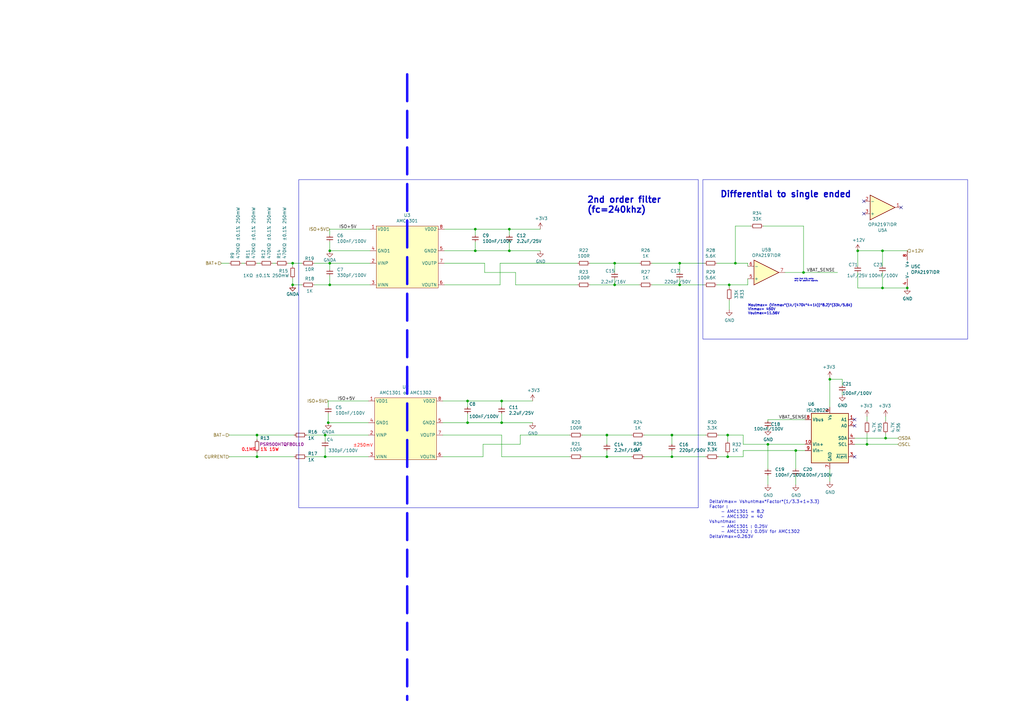
<source format=kicad_sch>
(kicad_sch (version 20230121) (generator eeschema)

  (uuid 876b9c34-ba45-4bcc-858f-64bb062a9549)

  (paper "A3")

  (title_block
    (date "2023-10-19")
    (rev "V0.1")
    (company "teTra")
  )

  (lib_symbols
    (symbol "Amplifier_Audio:AMC1301" (in_bom yes) (on_board yes)
      (property "Reference" "U" (at 1.27 0 0)
        (effects (font (size 1.27 1.27)))
      )
      (property "Value" "" (at 1.27 0 0)
        (effects (font (size 1.27 1.27)))
      )
      (property "Footprint" "" (at 1.27 0 0)
        (effects (font (size 1.27 1.27)) hide)
      )
      (property "Datasheet" "" (at 1.27 0 0)
        (effects (font (size 1.27 1.27)) hide)
      )
      (symbol "AMC1301_0_1"
        (rectangle (start -12.7 12.7) (end 12.7 -12.7)
          (stroke (width 0) (type solid))
          (fill (type background))
        )
      )
      (symbol "AMC1301_1_1"
        (pin input line (at -15.24 11.43 0) (length 2.54)
          (name "VDD1" (effects (font (size 1.27 1.27))))
          (number "1" (effects (font (size 1.27 1.27))))
        )
        (pin input line (at -15.24 -2.54 0) (length 2.54)
          (name "VINP" (effects (font (size 1.27 1.27))))
          (number "2" (effects (font (size 1.27 1.27))))
        )
        (pin input line (at -15.24 -11.43 0) (length 2.54)
          (name "VINN" (effects (font (size 1.27 1.27))))
          (number "3" (effects (font (size 1.27 1.27))))
        )
        (pin input line (at -15.24 2.54 0) (length 2.54)
          (name "GND1" (effects (font (size 1.27 1.27))))
          (number "4" (effects (font (size 1.27 1.27))))
        )
        (pin input line (at 15.24 2.54 180) (length 2.54)
          (name "GND2" (effects (font (size 1.27 1.27))))
          (number "5" (effects (font (size 1.27 1.27))))
        )
        (pin input line (at 15.24 -11.43 180) (length 2.54)
          (name "VOUTN" (effects (font (size 1.27 1.27))))
          (number "6" (effects (font (size 1.27 1.27))))
        )
        (pin input line (at 15.24 -2.54 180) (length 2.54)
          (name "VOUTP" (effects (font (size 1.27 1.27))))
          (number "7" (effects (font (size 1.27 1.27))))
        )
        (pin input line (at 15.24 11.43 180) (length 2.54)
          (name "VDD2" (effects (font (size 1.27 1.27))))
          (number "8" (effects (font (size 1.27 1.27))))
        )
      )
    )
    (symbol "Amplifier_Operational:OPA2376xxD" (pin_names (offset 0.127)) (in_bom yes) (on_board yes)
      (property "Reference" "U" (at 0 5.08 0)
        (effects (font (size 1.27 1.27)) (justify left))
      )
      (property "Value" "OPA2376xxD" (at 0 -5.08 0)
        (effects (font (size 1.27 1.27)) (justify left))
      )
      (property "Footprint" "" (at 0 0 0)
        (effects (font (size 1.27 1.27)) hide)
      )
      (property "Datasheet" "http://www.ti.com/lit/ds/symlink/opa376.pdf" (at 0 0 0)
        (effects (font (size 1.27 1.27)) hide)
      )
      (property "ki_locked" "" (at 0 0 0)
        (effects (font (size 1.27 1.27)))
      )
      (property "ki_keywords" "dual opamp" (at 0 0 0)
        (effects (font (size 1.27 1.27)) hide)
      )
      (property "ki_description" "Dual Low-Noise, Low Quiescent Current, Precision Operational Amplifier e-trim Series, SOIC-8" (at 0 0 0)
        (effects (font (size 1.27 1.27)) hide)
      )
      (property "ki_fp_filters" "SOIC*3.9x4.9mm*P1.27mm* DIP*W7.62mm* TO*99* OnSemi*Micro8* TSSOP*3x3mm*P0.65mm* TSSOP*4.4x3mm*P0.65mm* MSOP*3x3mm*P0.65mm* SSOP*3.9x4.9mm*P0.635mm* LFCSP*2x2mm*P0.5mm* *SIP* SOIC*5.3x6.2mm*P1.27mm*" (at 0 0 0)
        (effects (font (size 1.27 1.27)) hide)
      )
      (symbol "OPA2376xxD_1_1"
        (polyline
          (pts
            (xy -5.08 5.08)
            (xy 5.08 0)
            (xy -5.08 -5.08)
            (xy -5.08 5.08)
          )
          (stroke (width 0.254) (type default))
          (fill (type background))
        )
        (pin output line (at 7.62 0 180) (length 2.54)
          (name "~" (effects (font (size 1.27 1.27))))
          (number "1" (effects (font (size 1.27 1.27))))
        )
        (pin input line (at -7.62 -2.54 0) (length 2.54)
          (name "-" (effects (font (size 1.27 1.27))))
          (number "2" (effects (font (size 1.27 1.27))))
        )
        (pin input line (at -7.62 2.54 0) (length 2.54)
          (name "+" (effects (font (size 1.27 1.27))))
          (number "3" (effects (font (size 1.27 1.27))))
        )
      )
      (symbol "OPA2376xxD_2_1"
        (polyline
          (pts
            (xy -5.08 5.08)
            (xy 5.08 0)
            (xy -5.08 -5.08)
            (xy -5.08 5.08)
          )
          (stroke (width 0.254) (type default))
          (fill (type background))
        )
        (pin input line (at -7.62 2.54 0) (length 2.54)
          (name "+" (effects (font (size 1.27 1.27))))
          (number "5" (effects (font (size 1.27 1.27))))
        )
        (pin input line (at -7.62 -2.54 0) (length 2.54)
          (name "-" (effects (font (size 1.27 1.27))))
          (number "6" (effects (font (size 1.27 1.27))))
        )
        (pin output line (at 7.62 0 180) (length 2.54)
          (name "~" (effects (font (size 1.27 1.27))))
          (number "7" (effects (font (size 1.27 1.27))))
        )
      )
      (symbol "OPA2376xxD_3_1"
        (pin power_in line (at -2.54 -7.62 90) (length 3.81)
          (name "V-" (effects (font (size 1.27 1.27))))
          (number "4" (effects (font (size 1.27 1.27))))
        )
        (pin power_in line (at -2.54 7.62 270) (length 3.81)
          (name "V+" (effects (font (size 1.27 1.27))))
          (number "8" (effects (font (size 1.27 1.27))))
        )
      )
    )
    (symbol "Analog_ADC:‎ISL28022" (in_bom yes) (on_board yes)
      (property "Reference" "U" (at 0 1.27 0)
        (effects (font (size 1.27 1.27)))
      )
      (property "Value" "" (at 0 1.27 0)
        (effects (font (size 1.27 1.27)))
      )
      (property "Footprint" "" (at 0 1.27 0)
        (effects (font (size 1.27 1.27)) hide)
      )
      (property "Datasheet" "" (at 0 1.27 0)
        (effects (font (size 1.27 1.27)) hide)
      )
      (symbol "‎ISL28022_0_1"
        (rectangle (start -7.62 10.16) (end 7.62 -10.16)
          (stroke (width 0.254) (type solid))
          (fill (type background))
        )
      )
      (symbol "‎ISL28022_1_1"
        (pin passive line (at 10.16 7.62 180) (length 2.54)
          (name "A1" (effects (font (size 1.27 1.27))))
          (number "1" (effects (font (size 1.27 1.27))))
        )
        (pin input line (at -10.16 -2.54 0) (length 2.54)
          (name "Vin+" (effects (font (size 1.27 1.27))))
          (number "10" (effects (font (size 1.27 1.27))))
        )
        (pin passive line (at 10.16 5.08 180) (length 2.54)
          (name "A0" (effects (font (size 1.27 1.27))))
          (number "2" (effects (font (size 1.27 1.27))))
        )
        (pin open_collector line (at 10.16 -7.62 180) (length 2.54)
          (name "~{Alert}" (effects (font (size 1.27 1.27))))
          (number "3" (effects (font (size 1.27 1.27))))
        )
        (pin bidirectional line (at 10.16 0 180) (length 2.54)
          (name "SDA" (effects (font (size 1.27 1.27))))
          (number "4" (effects (font (size 1.27 1.27))))
        )
        (pin input line (at 10.16 -2.54 180) (length 2.54)
          (name "SCL" (effects (font (size 1.27 1.27))))
          (number "5" (effects (font (size 1.27 1.27))))
        )
        (pin power_in line (at 0 12.7 270) (length 2.54)
          (name "Vs" (effects (font (size 1.27 1.27))))
          (number "6" (effects (font (size 1.27 1.27))))
        )
        (pin power_in line (at 0 -12.7 90) (length 2.54)
          (name "GND" (effects (font (size 1.27 1.27))))
          (number "7" (effects (font (size 1.27 1.27))))
        )
        (pin input line (at -10.16 7.62 0) (length 2.54)
          (name "Vbus" (effects (font (size 1.27 1.27))))
          (number "8" (effects (font (size 1.27 1.27))))
        )
        (pin input line (at -10.16 -5.08 0) (length 2.54)
          (name "Vin-" (effects (font (size 1.27 1.27))))
          (number "9" (effects (font (size 1.27 1.27))))
        )
      )
    )
    (symbol "Device:C" (pin_numbers hide) (pin_names (offset 0.254)) (in_bom yes) (on_board yes)
      (property "Reference" "C" (at 0.635 2.54 0)
        (effects (font (size 1.27 1.27)) (justify left))
      )
      (property "Value" "C" (at 0.635 -2.54 0)
        (effects (font (size 1.27 1.27)) (justify left))
      )
      (property "Footprint" "" (at 0.9652 -3.81 0)
        (effects (font (size 1.27 1.27)) hide)
      )
      (property "Datasheet" "~" (at 0 0 0)
        (effects (font (size 1.27 1.27)) hide)
      )
      (property "ki_keywords" "cap capacitor" (at 0 0 0)
        (effects (font (size 1.27 1.27)) hide)
      )
      (property "ki_description" "Unpolarized capacitor" (at 0 0 0)
        (effects (font (size 1.27 1.27)) hide)
      )
      (property "ki_fp_filters" "C_*" (at 0 0 0)
        (effects (font (size 1.27 1.27)) hide)
      )
      (symbol "C_1_1"
        (polyline
          (pts
            (xy -1.27 -0.508)
            (xy 1.27 -0.508)
          )
          (stroke (width 0.254) (type default))
          (fill (type none))
        )
        (polyline
          (pts
            (xy -1.27 0.508)
            (xy 1.27 0.508)
          )
          (stroke (width 0.254) (type default))
          (fill (type none))
        )
        (pin passive line (at 0 1.27 270) (length 0.762)
          (name "~" (effects (font (size 1.27 1.27))))
          (number "1" (effects (font (size 1.27 1.27))))
        )
        (pin passive line (at 0 -1.27 90) (length 0.762)
          (name "~" (effects (font (size 1.27 1.27))))
          (number "2" (effects (font (size 1.27 1.27))))
        )
      )
    )
    (symbol "Device:R_Small" (pin_numbers hide) (pin_names (offset 0.254) hide) (in_bom yes) (on_board yes)
      (property "Reference" "R" (at 0.762 0.508 0)
        (effects (font (size 1.27 1.27)) (justify left))
      )
      (property "Value" "R_Small" (at 0.762 -1.016 0)
        (effects (font (size 1.27 1.27)) (justify left))
      )
      (property "Footprint" "" (at 0 0 0)
        (effects (font (size 1.27 1.27)) hide)
      )
      (property "Datasheet" "~" (at 0 0 0)
        (effects (font (size 1.27 1.27)) hide)
      )
      (property "ki_keywords" "R resistor" (at 0 0 0)
        (effects (font (size 1.27 1.27)) hide)
      )
      (property "ki_description" "Resistor, small symbol" (at 0 0 0)
        (effects (font (size 1.27 1.27)) hide)
      )
      (property "ki_fp_filters" "R_*" (at 0 0 0)
        (effects (font (size 1.27 1.27)) hide)
      )
      (symbol "R_Small_0_1"
        (rectangle (start -0.762 1.778) (end 0.762 -1.778)
          (stroke (width 0.2032) (type default))
          (fill (type none))
        )
      )
      (symbol "R_Small_1_1"
        (pin passive line (at 0 2.54 270) (length 0.762)
          (name "~" (effects (font (size 1.27 1.27))))
          (number "1" (effects (font (size 1.27 1.27))))
        )
        (pin passive line (at 0 -2.54 90) (length 0.762)
          (name "~" (effects (font (size 1.27 1.27))))
          (number "2" (effects (font (size 1.27 1.27))))
        )
      )
    )
    (symbol "power:+12V" (power) (pin_names (offset 0)) (in_bom yes) (on_board yes)
      (property "Reference" "#PWR" (at 0 -3.81 0)
        (effects (font (size 1.27 1.27)) hide)
      )
      (property "Value" "+12V" (at 0 3.556 0)
        (effects (font (size 1.27 1.27)))
      )
      (property "Footprint" "" (at 0 0 0)
        (effects (font (size 1.27 1.27)) hide)
      )
      (property "Datasheet" "" (at 0 0 0)
        (effects (font (size 1.27 1.27)) hide)
      )
      (property "ki_keywords" "global power" (at 0 0 0)
        (effects (font (size 1.27 1.27)) hide)
      )
      (property "ki_description" "Power symbol creates a global label with name \"+12V\"" (at 0 0 0)
        (effects (font (size 1.27 1.27)) hide)
      )
      (symbol "+12V_0_1"
        (polyline
          (pts
            (xy -0.762 1.27)
            (xy 0 2.54)
          )
          (stroke (width 0) (type default))
          (fill (type none))
        )
        (polyline
          (pts
            (xy 0 0)
            (xy 0 2.54)
          )
          (stroke (width 0) (type default))
          (fill (type none))
        )
        (polyline
          (pts
            (xy 0 2.54)
            (xy 0.762 1.27)
          )
          (stroke (width 0) (type default))
          (fill (type none))
        )
      )
      (symbol "+12V_1_1"
        (pin power_in line (at 0 0 90) (length 0) hide
          (name "+12V" (effects (font (size 1.27 1.27))))
          (number "1" (effects (font (size 1.27 1.27))))
        )
      )
    )
    (symbol "power:+3V3" (power) (pin_names (offset 0)) (in_bom yes) (on_board yes)
      (property "Reference" "#PWR" (at 0 -3.81 0)
        (effects (font (size 1.27 1.27)) hide)
      )
      (property "Value" "+3V3" (at 0 3.556 0)
        (effects (font (size 1.27 1.27)))
      )
      (property "Footprint" "" (at 0 0 0)
        (effects (font (size 1.27 1.27)) hide)
      )
      (property "Datasheet" "" (at 0 0 0)
        (effects (font (size 1.27 1.27)) hide)
      )
      (property "ki_keywords" "global power" (at 0 0 0)
        (effects (font (size 1.27 1.27)) hide)
      )
      (property "ki_description" "Power symbol creates a global label with name \"+3V3\"" (at 0 0 0)
        (effects (font (size 1.27 1.27)) hide)
      )
      (symbol "+3V3_0_1"
        (polyline
          (pts
            (xy -0.762 1.27)
            (xy 0 2.54)
          )
          (stroke (width 0) (type default))
          (fill (type none))
        )
        (polyline
          (pts
            (xy 0 0)
            (xy 0 2.54)
          )
          (stroke (width 0) (type default))
          (fill (type none))
        )
        (polyline
          (pts
            (xy 0 2.54)
            (xy 0.762 1.27)
          )
          (stroke (width 0) (type default))
          (fill (type none))
        )
      )
      (symbol "+3V3_1_1"
        (pin power_in line (at 0 0 90) (length 0) hide
          (name "+3V3" (effects (font (size 1.27 1.27))))
          (number "1" (effects (font (size 1.27 1.27))))
        )
      )
    )
    (symbol "power:GND" (power) (pin_names (offset 0)) (in_bom yes) (on_board yes)
      (property "Reference" "#PWR" (at 0 -6.35 0)
        (effects (font (size 1.27 1.27)) hide)
      )
      (property "Value" "GND" (at 0 -3.81 0)
        (effects (font (size 1.27 1.27)))
      )
      (property "Footprint" "" (at 0 0 0)
        (effects (font (size 1.27 1.27)) hide)
      )
      (property "Datasheet" "" (at 0 0 0)
        (effects (font (size 1.27 1.27)) hide)
      )
      (property "ki_keywords" "global power" (at 0 0 0)
        (effects (font (size 1.27 1.27)) hide)
      )
      (property "ki_description" "Power symbol creates a global label with name \"GND\" , ground" (at 0 0 0)
        (effects (font (size 1.27 1.27)) hide)
      )
      (symbol "GND_0_1"
        (polyline
          (pts
            (xy 0 0)
            (xy 0 -1.27)
            (xy 1.27 -1.27)
            (xy 0 -2.54)
            (xy -1.27 -1.27)
            (xy 0 -1.27)
          )
          (stroke (width 0) (type default))
          (fill (type none))
        )
      )
      (symbol "GND_1_1"
        (pin power_in line (at 0 0 270) (length 0) hide
          (name "GND" (effects (font (size 1.27 1.27))))
          (number "1" (effects (font (size 1.27 1.27))))
        )
      )
    )
    (symbol "power:GNDA" (power) (pin_names (offset 0)) (in_bom yes) (on_board yes)
      (property "Reference" "#PWR" (at 0 -6.35 0)
        (effects (font (size 1.27 1.27)) hide)
      )
      (property "Value" "GNDA" (at 0 -3.81 0)
        (effects (font (size 1.27 1.27)))
      )
      (property "Footprint" "" (at 0 0 0)
        (effects (font (size 1.27 1.27)) hide)
      )
      (property "Datasheet" "" (at 0 0 0)
        (effects (font (size 1.27 1.27)) hide)
      )
      (property "ki_keywords" "global power" (at 0 0 0)
        (effects (font (size 1.27 1.27)) hide)
      )
      (property "ki_description" "Power symbol creates a global label with name \"GNDA\" , analog ground" (at 0 0 0)
        (effects (font (size 1.27 1.27)) hide)
      )
      (symbol "GNDA_0_1"
        (polyline
          (pts
            (xy 0 0)
            (xy 0 -1.27)
            (xy 1.27 -1.27)
            (xy 0 -2.54)
            (xy -1.27 -1.27)
            (xy 0 -1.27)
          )
          (stroke (width 0) (type default))
          (fill (type none))
        )
      )
      (symbol "GNDA_1_1"
        (pin power_in line (at 0 0 270) (length 0) hide
          (name "GNDA" (effects (font (size 1.27 1.27))))
          (number "1" (effects (font (size 1.27 1.27))))
        )
      )
    )
    (symbol "power:GND_PACK" (power) (pin_names (offset 0)) (in_bom yes) (on_board yes)
      (property "Reference" "#PWR" (at 0 -6.35 0)
        (effects (font (size 1.27 1.27)) hide)
      )
      (property "Value" "GND_PACK" (at 0 -3.81 0)
        (effects (font (size 1.27 1.27)))
      )
      (property "Footprint" "" (at 0 0 0)
        (effects (font (size 1.27 1.27)) hide)
      )
      (property "Datasheet" "" (at 0 0 0)
        (effects (font (size 1.27 1.27)) hide)
      )
      (property "ki_keywords" "global power" (at 0 0 0)
        (effects (font (size 1.27 1.27)) hide)
      )
      (property "ki_description" "Power symbol creates a global label with name \"GND_PACK\" , ground" (at 0 0 0)
        (effects (font (size 1.27 1.27)) hide)
      )
      (symbol "GND_PACK_0_1"
        (polyline
          (pts
            (xy 0 0)
            (xy 0 -1.27)
            (xy 1.27 -1.27)
            (xy 0 -2.54)
            (xy -1.27 -1.27)
            (xy 0 -1.27)
          )
          (stroke (width 0) (type default))
          (fill (type none))
        )
      )
      (symbol "GND_PACK_1_1"
        (pin power_in line (at 0 0 270) (length 0) hide
          (name "GND_PACK" (effects (font (size 1.27 1.27))))
          (number "1" (effects (font (size 1.27 1.27))))
        )
      )
    )
  )

  (junction (at 252.095 107.95) (diameter 0) (color 0 0 0 0)
    (uuid 093703fa-0bcc-41ca-bf13-311e2c95ee18)
  )
  (junction (at 208.915 93.98) (diameter 0) (color 0 0 0 0)
    (uuid 0aee76bc-a09e-4c7a-a96e-3a8d8b892712)
  )
  (junction (at 248.92 178.435) (diameter 0) (color 0 0 0 0)
    (uuid 125ac5e9-ae2b-49b7-92ae-32e2af0a7e37)
  )
  (junction (at 326.39 184.785) (diameter 0) (color 0 0 0 0)
    (uuid 189462bc-2cf9-4adb-9814-f4117bd47417)
  )
  (junction (at 301.625 107.95) (diameter 0) (color 0 0 0 0)
    (uuid 221edf3b-5c13-423d-ba4c-0452a9168d60)
  )
  (junction (at 133.35 178.435) (diameter 0) (color 0 0 0 0)
    (uuid 26bd9a43-6a02-44d0-b3c9-178b7eb3c019)
  )
  (junction (at 134.62 173.355) (diameter 0) (color 0 0 0 0)
    (uuid 2a98e4cb-8ca5-46a3-9332-4a49b267a51a)
  )
  (junction (at 135.255 107.95) (diameter 0) (color 0 0 0 0)
    (uuid 2e247cf9-08cb-4cfc-afe4-5049987a4dfa)
  )
  (junction (at 278.765 116.84) (diameter 0) (color 0 0 0 0)
    (uuid 2ed2075a-b150-48ba-a7b4-29658b5d0c8a)
  )
  (junction (at 208.915 102.87) (diameter 0) (color 0 0 0 0)
    (uuid 31f5afa6-1d1a-43c8-912f-9ba55fb126bc)
  )
  (junction (at 298.45 178.435) (diameter 0) (color 0 0 0 0)
    (uuid 32b09fb3-0ad5-420e-9a82-cee236a24f0b)
  )
  (junction (at 133.35 187.325) (diameter 0) (color 0 0 0 0)
    (uuid 354273c7-9b62-4dfa-85a5-41d02c844d9f)
  )
  (junction (at 361.95 102.87) (diameter 0) (color 0 0 0 0)
    (uuid 36d19f12-72ca-4e1f-9456-88e58fddc2cd)
  )
  (junction (at 135.255 116.84) (diameter 0) (color 0 0 0 0)
    (uuid 3e970632-bf21-471b-9684-c991000630ca)
  )
  (junction (at 340.36 155.575) (diameter 0) (color 0 0 0 0)
    (uuid 3f1d6600-1634-473a-bdea-8fb5f71c895d)
  )
  (junction (at 120.015 107.95) (diameter 0) (color 0 0 0 0)
    (uuid 444efe65-f0f4-406d-9182-f055c15284a5)
  )
  (junction (at 120.015 116.84) (diameter 0) (color 0 0 0 0)
    (uuid 4cc87cf6-4a0e-48ed-999a-b7764405d2b8)
  )
  (junction (at 361.95 118.11) (diameter 0) (color 0 0 0 0)
    (uuid 4e0750d1-c613-437b-aa59-4f0163e64b07)
  )
  (junction (at 252.095 116.84) (diameter 0) (color 0 0 0 0)
    (uuid 53e7ad19-22c0-437b-a6a2-4892758f52d1)
  )
  (junction (at 275.59 187.325) (diameter 0) (color 0 0 0 0)
    (uuid 53fa1f5d-0380-48dc-be21-69b81dd5cd9b)
  )
  (junction (at 275.59 178.435) (diameter 0) (color 0 0 0 0)
    (uuid 57a7ac96-1b1f-4ac8-a6b9-c90d0137fa0d)
  )
  (junction (at 248.92 187.325) (diameter 0) (color 0 0 0 0)
    (uuid 5af11b93-492a-4a73-bc73-b44df8228ae6)
  )
  (junction (at 205.74 164.465) (diameter 0) (color 0 0 0 0)
    (uuid 675fc0ac-10c9-4e7f-b1aa-cb0c25e1e525)
  )
  (junction (at 363.22 179.705) (diameter 0) (color 0 0 0 0)
    (uuid 6e9feca0-55fe-4af6-b8e8-551d6fbdb929)
  )
  (junction (at 314.96 182.245) (diameter 0) (color 0 0 0 0)
    (uuid 71ad26df-f92a-44dd-a40e-57e9feb52eae)
  )
  (junction (at 329.565 111.76) (diameter 0) (color 0 0 0 0)
    (uuid 73104df4-f07f-4510-be79-4f10b38605e7)
  )
  (junction (at 194.945 93.98) (diameter 0) (color 0 0 0 0)
    (uuid 77095a34-0b6f-4d9e-848c-8ddd036ad85b)
  )
  (junction (at 298.45 187.325) (diameter 0) (color 0 0 0 0)
    (uuid 8227a1c6-c68b-4725-93a2-51ace1cce5de)
  )
  (junction (at 105.41 187.325) (diameter 0) (color 0 0 0 0)
    (uuid 859d5239-e6c9-4544-95cd-e4c5613799b1)
  )
  (junction (at 351.79 102.87) (diameter 0) (color 0 0 0 0)
    (uuid aec52137-f66c-4a37-81b5-c5d1c6c6dae0)
  )
  (junction (at 372.11 118.11) (diameter 0) (color 0 0 0 0)
    (uuid b5dc6ab9-830e-484d-b2d5-a438412e497f)
  )
  (junction (at 191.77 164.465) (diameter 0) (color 0 0 0 0)
    (uuid c22ddd5d-aee9-4365-a1de-8e3f66738622)
  )
  (junction (at 194.945 102.87) (diameter 0) (color 0 0 0 0)
    (uuid c4df7601-13fa-4528-9229-c1062863b1f8)
  )
  (junction (at 205.74 173.355) (diameter 0) (color 0 0 0 0)
    (uuid d432cd8c-a958-4edc-9b0f-d911da5479c5)
  )
  (junction (at 278.765 107.95) (diameter 0) (color 0 0 0 0)
    (uuid d7da2519-1f40-4bd3-989e-8f122da04fd8)
  )
  (junction (at 299.085 116.84) (diameter 0) (color 0 0 0 0)
    (uuid e0b6ba1c-2f2e-4303-b745-1702424216a3)
  )
  (junction (at 135.255 102.87) (diameter 0) (color 0 0 0 0)
    (uuid e1296658-3140-4d2e-a8c2-a5c1b5c67fef)
  )
  (junction (at 191.77 173.355) (diameter 0) (color 0 0 0 0)
    (uuid e30f2481-9aaa-4a1a-8fe0-f0f6fa4da926)
  )
  (junction (at 105.41 178.435) (diameter 0) (color 0 0 0 0)
    (uuid ef84a8b6-0195-4b58-907a-2a18e8d733d2)
  )
  (junction (at 355.6 182.245) (diameter 0) (color 0 0 0 0)
    (uuid f9354b30-7809-4d11-8aeb-3270fbd03254)
  )

  (no_connect (at 369.57 85.09) (uuid 1f0b7ee2-1162-4795-b475-ac43d20c2039))
  (no_connect (at 350.52 187.325) (uuid 29469e03-c31f-43c1-9fc0-bdfee6b879a5))
  (no_connect (at 354.33 87.63) (uuid 387d263e-5786-48b4-86bb-49f85a974740))
  (no_connect (at 350.52 174.625) (uuid 39d8c956-1e2a-4daa-b197-270afaa4038f))
  (no_connect (at 354.33 82.55) (uuid 5f7545a7-774c-4225-8e98-cf13e920d21f))
  (no_connect (at 350.52 172.085) (uuid 8bcd9b0a-76c3-41fa-a86e-2ca64e9662cd))

  (wire (pts (xy 105.41 107.95) (xy 106.68 107.95))
    (stroke (width 0) (type default))
    (uuid 048b99e2-be31-4c93-bafc-530bbc1547ce)
  )
  (wire (pts (xy 351.79 102.87) (xy 351.79 109.22))
    (stroke (width 0) (type default))
    (uuid 058f373d-c4fa-4974-90c9-ae31a9e7c9eb)
  )
  (wire (pts (xy 120.015 107.95) (xy 123.825 107.95))
    (stroke (width 0) (type default))
    (uuid 06376d45-fbc1-4ed4-ae30-d5824cfd6ac7)
  )
  (wire (pts (xy 135.255 113.03) (xy 135.255 116.84))
    (stroke (width 0) (type default))
    (uuid 068c18ca-3b3d-4cdf-aa12-747a1bc9378b)
  )
  (wire (pts (xy 355.6 177.8) (xy 355.6 182.245))
    (stroke (width 0) (type default))
    (uuid 0887f320-4f39-47ec-9529-adccf2c82dc5)
  )
  (wire (pts (xy 205.74 164.465) (xy 205.74 167.005))
    (stroke (width 0) (type default))
    (uuid 09f5d43d-d7da-4ea1-8e75-302a440a4ce9)
  )
  (wire (pts (xy 306.705 114.3) (xy 306.705 116.84))
    (stroke (width 0) (type default))
    (uuid 0f845f59-1885-48a7-b518-adf55733182d)
  )
  (wire (pts (xy 205.74 187.325) (xy 233.68 187.325))
    (stroke (width 0) (type default))
    (uuid 107de057-2dfa-4dd0-8bd4-c0c89ca6df6b)
  )
  (wire (pts (xy 252.095 116.84) (xy 262.255 116.84))
    (stroke (width 0) (type default))
    (uuid 10e2c295-42ed-4ecd-8a5a-59174368e0a9)
  )
  (wire (pts (xy 326.39 184.785) (xy 326.39 192.405))
    (stroke (width 0) (type default))
    (uuid 12c473fc-2908-441f-b373-9980ac426e2f)
  )
  (wire (pts (xy 248.92 184.785) (xy 248.92 187.325))
    (stroke (width 0) (type default))
    (uuid 13bc06d9-0260-4b8c-bee8-4408cccc8d30)
  )
  (wire (pts (xy 298.45 187.325) (xy 304.8 187.325))
    (stroke (width 0) (type default))
    (uuid 17741934-514b-4c88-9db6-324f40ea7cd2)
  )
  (wire (pts (xy 299.085 116.84) (xy 306.705 116.84))
    (stroke (width 0) (type default))
    (uuid 1a432186-7592-46c3-b301-b497ee934063)
  )
  (wire (pts (xy 198.12 182.245) (xy 198.12 187.325))
    (stroke (width 0) (type default))
    (uuid 1a825799-30c7-43b7-9c2e-fefb2b3fa7c5)
  )
  (wire (pts (xy 134.62 164.465) (xy 134.62 167.005))
    (stroke (width 0) (type default))
    (uuid 1f449be2-8367-487b-8ac9-3f086bf51c90)
  )
  (wire (pts (xy 191.77 164.465) (xy 191.77 167.005))
    (stroke (width 0) (type default))
    (uuid 201f6166-57bf-4229-8c56-7084f0404899)
  )
  (wire (pts (xy 306.705 107.95) (xy 306.705 109.22))
    (stroke (width 0) (type default))
    (uuid 218e8d14-7989-49fe-852b-e67c84a140b0)
  )
  (wire (pts (xy 99.06 107.95) (xy 100.33 107.95))
    (stroke (width 0) (type default))
    (uuid 21a2a973-530a-4409-8a4e-e6805033f0de)
  )
  (wire (pts (xy 194.945 93.98) (xy 194.945 96.52))
    (stroke (width 0) (type default))
    (uuid 230a60b3-880c-4064-9694-5d52aba9162c)
  )
  (wire (pts (xy 345.44 160.655) (xy 345.44 161.925))
    (stroke (width 0) (type default))
    (uuid 254d88fd-3a0c-4425-8dfc-ab6961ee51fb)
  )
  (wire (pts (xy 134.62 169.545) (xy 134.62 173.355))
    (stroke (width 0) (type default))
    (uuid 25557b42-f402-421d-aa8a-1b01dc653ad6)
  )
  (wire (pts (xy 304.8 182.245) (xy 314.96 182.245))
    (stroke (width 0) (type default))
    (uuid 25ecba46-cd74-46f6-82e0-dc934ebb012b)
  )
  (wire (pts (xy 135.255 93.98) (xy 135.255 96.52))
    (stroke (width 0) (type default))
    (uuid 260dc095-edf3-40c3-81ad-11839fafce89)
  )
  (wire (pts (xy 205.74 178.435) (xy 205.74 187.325))
    (stroke (width 0) (type default))
    (uuid 293e56fa-2a30-438c-8bae-608e3b082701)
  )
  (wire (pts (xy 252.095 107.95) (xy 252.095 111.76))
    (stroke (width 0) (type default))
    (uuid 2aa985f1-476f-4a2e-9cc6-b60408601d85)
  )
  (wire (pts (xy 314.96 182.245) (xy 314.96 192.405))
    (stroke (width 0) (type default))
    (uuid 2dc9f32d-449a-4b13-9196-baf2936e457e)
  )
  (wire (pts (xy 194.945 99.06) (xy 194.945 102.87))
    (stroke (width 0) (type default))
    (uuid 30c46a37-ec25-4e1f-8d66-7b16a8ecb8bb)
  )
  (wire (pts (xy 213.36 182.245) (xy 198.12 182.245))
    (stroke (width 0) (type default))
    (uuid 312b9036-d370-418f-8336-a7028f1ae013)
  )
  (wire (pts (xy 198.755 107.95) (xy 198.755 111.76))
    (stroke (width 0) (type default))
    (uuid 3160cb92-88f3-4513-9cb4-ecc15bebdaaf)
  )
  (wire (pts (xy 301.625 92.71) (xy 301.625 107.95))
    (stroke (width 0) (type default))
    (uuid 322b7bd0-8dbe-4130-aaac-d13655fff4b6)
  )
  (wire (pts (xy 351.79 118.11) (xy 361.95 118.11))
    (stroke (width 0) (type default))
    (uuid 328a41ba-7fc7-4cdc-b6e4-43850f9586fa)
  )
  (wire (pts (xy 304.8 187.325) (xy 304.8 184.785))
    (stroke (width 0) (type default))
    (uuid 332ffb91-e38d-4a21-8771-9a94d46b663a)
  )
  (wire (pts (xy 194.945 93.98) (xy 208.915 93.98))
    (stroke (width 0) (type default))
    (uuid 35b1b7d5-707a-4d3c-87fc-9407798540d0)
  )
  (wire (pts (xy 299.085 116.84) (xy 299.085 118.11))
    (stroke (width 0) (type default))
    (uuid 35e4480c-27a1-4677-96a9-b4c5fe103458)
  )
  (wire (pts (xy 278.765 114.3) (xy 278.765 116.84))
    (stroke (width 0) (type default))
    (uuid 392f2348-00d3-47af-b34d-7b3078832537)
  )
  (wire (pts (xy 208.915 99.06) (xy 208.915 102.87))
    (stroke (width 0) (type default))
    (uuid 3a8099b6-11f4-4c11-aadd-19929f5e9f1b)
  )
  (wire (pts (xy 329.565 111.76) (xy 343.535 111.76))
    (stroke (width 0) (type default))
    (uuid 3afb3d88-5503-4a33-acdc-e93282949c84)
  )
  (wire (pts (xy 294.64 187.325) (xy 298.45 187.325))
    (stroke (width 0) (type default))
    (uuid 3c01b22c-b786-4f94-9430-0d94ea003bdd)
  )
  (wire (pts (xy 133.35 178.435) (xy 151.13 178.435))
    (stroke (width 0) (type default))
    (uuid 3e39132b-caa4-47cd-8a39-84de2c2ab8ec)
  )
  (wire (pts (xy 278.765 116.84) (xy 288.925 116.84))
    (stroke (width 0) (type default))
    (uuid 41f71f9a-21c6-4168-a9ae-ed368b14685c)
  )
  (wire (pts (xy 275.59 178.435) (xy 275.59 182.245))
    (stroke (width 0) (type default))
    (uuid 4287562b-1413-408e-9fb2-abbaa077c437)
  )
  (wire (pts (xy 182.245 107.95) (xy 198.755 107.95))
    (stroke (width 0) (type default))
    (uuid 42ab1122-8404-4376-b7e6-078de74af93e)
  )
  (wire (pts (xy 294.005 107.95) (xy 301.625 107.95))
    (stroke (width 0) (type default))
    (uuid 433af00a-ebc9-42a9-8c95-694b4b96366a)
  )
  (wire (pts (xy 135.255 107.95) (xy 135.255 110.49))
    (stroke (width 0) (type default))
    (uuid 433bae08-acc4-490b-ae5e-5d08bc18cc9e)
  )
  (wire (pts (xy 134.62 173.355) (xy 151.13 173.355))
    (stroke (width 0) (type default))
    (uuid 44632a59-2e76-4465-87f4-9eec28d80746)
  )
  (wire (pts (xy 205.74 164.465) (xy 218.44 164.465))
    (stroke (width 0) (type default))
    (uuid 4478ca35-9d13-4f27-b271-b305aad66b83)
  )
  (wire (pts (xy 198.755 111.76) (xy 211.455 111.76))
    (stroke (width 0) (type default))
    (uuid 46c70f2b-02b3-48f3-a857-ba5a77b9d43b)
  )
  (wire (pts (xy 205.105 116.84) (xy 205.105 107.95))
    (stroke (width 0) (type default))
    (uuid 481f77ce-6d9f-4603-a695-3f479fa04fb8)
  )
  (wire (pts (xy 93.98 187.325) (xy 105.41 187.325))
    (stroke (width 0) (type default))
    (uuid 4971e369-1e83-4857-84a1-0f2288d54670)
  )
  (wire (pts (xy 182.245 93.98) (xy 194.945 93.98))
    (stroke (width 0) (type default))
    (uuid 4a089e8b-220a-43ac-8179-343824f0aa8a)
  )
  (wire (pts (xy 120.015 107.95) (xy 120.015 109.22))
    (stroke (width 0) (type default))
    (uuid 527fa7dc-5418-43a2-a1a1-f9e47ac3d2c5)
  )
  (wire (pts (xy 355.6 170.815) (xy 355.6 172.72))
    (stroke (width 0) (type default))
    (uuid 5590620c-8414-4dbc-a81d-20355f389d3e)
  )
  (wire (pts (xy 275.59 178.435) (xy 289.56 178.435))
    (stroke (width 0) (type default))
    (uuid 56e9c69c-a67b-4430-800d-adf95a0f3d85)
  )
  (wire (pts (xy 133.35 183.515) (xy 133.35 187.325))
    (stroke (width 0) (type default))
    (uuid 5b43aac2-cde6-4f3d-adf4-6ec86ae1737e)
  )
  (wire (pts (xy 363.22 179.705) (xy 368.3 179.705))
    (stroke (width 0) (type default))
    (uuid 5c073899-4ebc-436e-a188-8da634aff30e)
  )
  (wire (pts (xy 351.79 111.76) (xy 351.79 118.11))
    (stroke (width 0) (type default))
    (uuid 60c26cc9-ce5a-4d12-9ff8-d7cd724bbb4d)
  )
  (wire (pts (xy 361.95 111.76) (xy 361.95 118.11))
    (stroke (width 0) (type default))
    (uuid 61fcefcb-52f0-4f3d-9e98-ffc0dc765388)
  )
  (wire (pts (xy 267.335 116.84) (xy 278.765 116.84))
    (stroke (width 0) (type default))
    (uuid 63a629fb-f64c-4353-a0cb-dc934c87a41c)
  )
  (wire (pts (xy 205.74 169.545) (xy 205.74 173.355))
    (stroke (width 0) (type default))
    (uuid 66df04ca-1276-4f45-aac3-1aca4e34e7aa)
  )
  (wire (pts (xy 191.77 164.465) (xy 205.74 164.465))
    (stroke (width 0) (type default))
    (uuid 69ada37e-0818-4e2f-835c-ed1d2cf7271c)
  )
  (wire (pts (xy 298.45 178.435) (xy 298.45 180.975))
    (stroke (width 0) (type default))
    (uuid 6c70a6c5-1477-46c6-8484-143c9813937c)
  )
  (wire (pts (xy 314.96 182.245) (xy 330.2 182.245))
    (stroke (width 0) (type default))
    (uuid 71052562-3e77-4446-97e4-ef7c8bb41ff0)
  )
  (wire (pts (xy 135.255 99.06) (xy 135.255 102.87))
    (stroke (width 0) (type default))
    (uuid 7374ade0-b1ee-4da8-87e0-37c024689d28)
  )
  (wire (pts (xy 133.35 178.435) (xy 133.35 180.975))
    (stroke (width 0) (type default))
    (uuid 75569faa-6bb4-4d78-b6ea-3afe1267fd00)
  )
  (wire (pts (xy 345.44 155.575) (xy 340.36 155.575))
    (stroke (width 0) (type default))
    (uuid 7567ed3e-c1ef-4c9e-af46-cfdaddabd7c3)
  )
  (wire (pts (xy 326.39 184.785) (xy 304.8 184.785))
    (stroke (width 0) (type default))
    (uuid 7695867a-ec8a-4afa-9f46-d34c6c4e2ed2)
  )
  (wire (pts (xy 90.805 107.95) (xy 93.98 107.95))
    (stroke (width 0) (type default))
    (uuid 78121222-c706-4231-ae70-21a8d958ab93)
  )
  (wire (pts (xy 125.73 178.435) (xy 133.35 178.435))
    (stroke (width 0) (type default))
    (uuid 78bb489f-42b6-4a9f-a32e-b519e85a8f1f)
  )
  (wire (pts (xy 340.36 154.94) (xy 340.36 155.575))
    (stroke (width 0) (type default))
    (uuid 7a3fde8d-2a14-4cb9-a69e-ab646ef43581)
  )
  (wire (pts (xy 264.16 187.325) (xy 275.59 187.325))
    (stroke (width 0) (type default))
    (uuid 7b694776-d182-4e64-a8af-07922c280019)
  )
  (wire (pts (xy 118.11 107.95) (xy 120.015 107.95))
    (stroke (width 0) (type default))
    (uuid 7cd5a086-cec5-4d53-a6d8-1e8e3688e883)
  )
  (wire (pts (xy 267.335 107.95) (xy 278.765 107.95))
    (stroke (width 0) (type default))
    (uuid 7e10db24-3fa2-4d39-82b2-30bfc8382e87)
  )
  (wire (pts (xy 350.52 179.705) (xy 363.22 179.705))
    (stroke (width 0) (type default))
    (uuid 81d329ba-99ce-48e8-bb73-28a972fc3804)
  )
  (wire (pts (xy 321.945 111.76) (xy 329.565 111.76))
    (stroke (width 0) (type default))
    (uuid 844eb412-b975-4287-b760-7375f0126737)
  )
  (wire (pts (xy 135.255 107.95) (xy 151.765 107.95))
    (stroke (width 0) (type default))
    (uuid 870e6209-dfa9-4e74-9502-16b4966897d2)
  )
  (wire (pts (xy 105.41 180.34) (xy 105.41 178.435))
    (stroke (width 0) (type default))
    (uuid 8794c277-fad4-4b92-90be-06888631f007)
  )
  (wire (pts (xy 93.98 178.435) (xy 105.41 178.435))
    (stroke (width 0) (type default))
    (uuid 884f3163-8e80-4391-807d-ac8dfcdf5b14)
  )
  (wire (pts (xy 205.74 173.355) (xy 218.44 173.355))
    (stroke (width 0) (type default))
    (uuid 8bd36e75-227e-4ac0-93e1-c0e97b04d8ff)
  )
  (wire (pts (xy 191.77 173.355) (xy 205.74 173.355))
    (stroke (width 0) (type default))
    (uuid 8c4b642b-4d39-4da9-96f6-433c50626c74)
  )
  (wire (pts (xy 111.76 107.95) (xy 113.03 107.95))
    (stroke (width 0) (type default))
    (uuid 8c9c451d-5e90-48ac-aa22-727e706fdd23)
  )
  (wire (pts (xy 361.95 102.87) (xy 361.95 109.22))
    (stroke (width 0) (type default))
    (uuid 8d554941-5860-4e3f-91eb-0d180f2bcd17)
  )
  (wire (pts (xy 120.015 116.84) (xy 123.825 116.84))
    (stroke (width 0) (type default))
    (uuid 8dba617c-544f-4bf9-ab4d-39e508fc5ebb)
  )
  (wire (pts (xy 208.915 93.98) (xy 221.615 93.98))
    (stroke (width 0) (type default))
    (uuid 922169e1-56bf-472b-a821-2110511c4866)
  )
  (wire (pts (xy 182.245 116.84) (xy 205.105 116.84))
    (stroke (width 0) (type default))
    (uuid 96862ccd-bcfd-4d6d-b19d-a0206c78de6d)
  )
  (wire (pts (xy 301.625 107.95) (xy 306.705 107.95))
    (stroke (width 0) (type default))
    (uuid 9731acfd-40fa-49aa-a213-d6b970bb8aa4)
  )
  (wire (pts (xy 314.96 175.26) (xy 314.96 175.895))
    (stroke (width 0) (type default))
    (uuid 97e089a7-3b86-47fa-8670-e9cb0660b193)
  )
  (wire (pts (xy 340.36 155.575) (xy 340.36 167.005))
    (stroke (width 0) (type default))
    (uuid 97f226aa-05aa-4e0b-b2b3-a8ae16d29e7e)
  )
  (wire (pts (xy 105.41 187.325) (xy 120.65 187.325))
    (stroke (width 0) (type default))
    (uuid 980ea754-60cc-4617-90fe-003a0a9f2240)
  )
  (wire (pts (xy 275.59 187.325) (xy 289.56 187.325))
    (stroke (width 0) (type default))
    (uuid 99f3fb7a-2a9c-4412-910d-c6383a5b500b)
  )
  (wire (pts (xy 248.92 178.435) (xy 248.92 182.245))
    (stroke (width 0) (type default))
    (uuid 9c014337-f2ae-44a1-a4ac-2cf0a3bb27fd)
  )
  (wire (pts (xy 326.39 184.785) (xy 330.2 184.785))
    (stroke (width 0) (type default))
    (uuid 9eb1b989-be37-4e92-9ccc-38eb4c02d5bd)
  )
  (wire (pts (xy 120.015 114.3) (xy 120.015 116.84))
    (stroke (width 0) (type default))
    (uuid a01ee96a-9c61-4e5d-8d99-f0775f7c6d1a)
  )
  (wire (pts (xy 105.41 185.42) (xy 105.41 187.325))
    (stroke (width 0) (type default))
    (uuid a074995c-03c1-4476-a58d-9bcef9429a6a)
  )
  (wire (pts (xy 278.765 107.95) (xy 288.925 107.95))
    (stroke (width 0) (type default))
    (uuid a30e9438-e41d-45dd-9aa6-e0c99c416289)
  )
  (wire (pts (xy 181.61 178.435) (xy 205.74 178.435))
    (stroke (width 0) (type default))
    (uuid a3593e74-d932-4284-8e46-e7572a29e23d)
  )
  (wire (pts (xy 351.79 102.87) (xy 361.95 102.87))
    (stroke (width 0) (type default))
    (uuid a57699f2-117e-4a8d-ac41-386e6592783d)
  )
  (wire (pts (xy 264.16 178.435) (xy 275.59 178.435))
    (stroke (width 0) (type default))
    (uuid a7673289-ae8c-4695-ae19-2984446f6664)
  )
  (wire (pts (xy 181.61 164.465) (xy 191.77 164.465))
    (stroke (width 0) (type default))
    (uuid a850bd49-b830-40c2-af02-9ece85e98196)
  )
  (wire (pts (xy 313.055 92.71) (xy 329.565 92.71))
    (stroke (width 0) (type default))
    (uuid a88f682a-4c38-40df-8722-4114431efed3)
  )
  (wire (pts (xy 135.255 102.87) (xy 151.765 102.87))
    (stroke (width 0) (type default))
    (uuid a93eb088-d679-4f09-8155-47b2de892274)
  )
  (wire (pts (xy 151.13 164.465) (xy 134.62 164.465))
    (stroke (width 0) (type default))
    (uuid a9442be0-8894-4927-9988-1c5d1194d217)
  )
  (wire (pts (xy 361.95 118.11) (xy 372.11 118.11))
    (stroke (width 0) (type default))
    (uuid aaeb3582-bfba-4f4b-96cb-ad76e196f103)
  )
  (wire (pts (xy 128.905 107.95) (xy 135.255 107.95))
    (stroke (width 0) (type default))
    (uuid abe86132-1136-476e-a55a-9f77b1ac24de)
  )
  (wire (pts (xy 350.52 182.245) (xy 355.6 182.245))
    (stroke (width 0) (type default))
    (uuid ad2d9022-a6e8-479a-945b-fa3843730825)
  )
  (wire (pts (xy 252.095 114.3) (xy 252.095 116.84))
    (stroke (width 0) (type default))
    (uuid ad3fa4d5-a74a-4280-bacb-9b43444d7949)
  )
  (wire (pts (xy 211.455 111.76) (xy 211.455 116.84))
    (stroke (width 0) (type default))
    (uuid aedf6591-dbec-4fb0-a475-9932893c47dc)
  )
  (wire (pts (xy 205.105 107.95) (xy 236.855 107.95))
    (stroke (width 0) (type default))
    (uuid af2d69ae-3b42-4ca2-b47f-355ee7c6441b)
  )
  (wire (pts (xy 252.095 107.95) (xy 262.255 107.95))
    (stroke (width 0) (type default))
    (uuid b4abc6c7-a1bc-4ca1-a9f8-8ecbac704a6d)
  )
  (wire (pts (xy 181.61 173.355) (xy 191.77 173.355))
    (stroke (width 0) (type default))
    (uuid b6215040-00aa-4625-9e0b-e34de6949a4c)
  )
  (wire (pts (xy 211.455 116.84) (xy 236.855 116.84))
    (stroke (width 0) (type default))
    (uuid b822d036-128c-473a-9884-b17f5f060a0a)
  )
  (wire (pts (xy 128.905 116.84) (xy 135.255 116.84))
    (stroke (width 0) (type default))
    (uuid b87cf0e7-c806-4924-ae78-7dc2ffd1f30e)
  )
  (wire (pts (xy 298.45 186.055) (xy 298.45 187.325))
    (stroke (width 0) (type default))
    (uuid ba0b33b8-f797-4293-b90c-2682a2459f73)
  )
  (wire (pts (xy 340.36 192.405) (xy 340.36 197.485))
    (stroke (width 0) (type default))
    (uuid bcfc773d-92d9-41a1-8897-52d86f2ee08f)
  )
  (wire (pts (xy 294.64 178.435) (xy 298.45 178.435))
    (stroke (width 0) (type default))
    (uuid be76b7b4-0499-4f97-a578-046d1e0e22d8)
  )
  (wire (pts (xy 105.41 178.435) (xy 120.65 178.435))
    (stroke (width 0) (type default))
    (uuid be829e7c-6ed0-4dd9-8add-a8d062a561b1)
  )
  (wire (pts (xy 355.6 182.245) (xy 368.3 182.245))
    (stroke (width 0) (type default))
    (uuid c047d92d-1fd6-4eb5-b778-2910f2a65595)
  )
  (wire (pts (xy 301.625 92.71) (xy 307.975 92.71))
    (stroke (width 0) (type default))
    (uuid c6d70ecd-7425-489b-9435-7bac61348875)
  )
  (wire (pts (xy 278.765 107.95) (xy 278.765 111.76))
    (stroke (width 0) (type default))
    (uuid c8cce510-e0ee-4562-bd58-704be59653b7)
  )
  (wire (pts (xy 241.935 107.95) (xy 252.095 107.95))
    (stroke (width 0) (type default))
    (uuid c9f3863e-683a-403e-a9a7-f947dc8416ea)
  )
  (wire (pts (xy 151.13 187.325) (xy 133.35 187.325))
    (stroke (width 0) (type default))
    (uuid ce29f892-12d3-45cd-b65e-71aa13e03f6e)
  )
  (wire (pts (xy 191.77 169.545) (xy 191.77 173.355))
    (stroke (width 0) (type default))
    (uuid d34d0781-0741-42df-8eb1-462122f9eff5)
  )
  (wire (pts (xy 248.92 187.325) (xy 259.08 187.325))
    (stroke (width 0) (type default))
    (uuid d371727f-2f1d-48ad-aed6-a3b51c01caae)
  )
  (wire (pts (xy 198.12 187.325) (xy 181.61 187.325))
    (stroke (width 0) (type default))
    (uuid d577b896-affc-42a3-a1ae-0e87e79d9632)
  )
  (wire (pts (xy 194.945 102.87) (xy 208.915 102.87))
    (stroke (width 0) (type default))
    (uuid d618c918-cf17-447d-92f3-96555955f093)
  )
  (wire (pts (xy 213.36 178.435) (xy 233.68 178.435))
    (stroke (width 0) (type default))
    (uuid db23db60-b27f-4b48-9068-ec97c17812eb)
  )
  (wire (pts (xy 314.96 172.085) (xy 330.2 172.085))
    (stroke (width 0) (type default))
    (uuid dce7f630-500b-4081-a1a5-162c54cfe299)
  )
  (wire (pts (xy 125.73 187.325) (xy 133.35 187.325))
    (stroke (width 0) (type default))
    (uuid dce9cac2-cda5-412a-906c-b370ff1b1123)
  )
  (wire (pts (xy 363.22 177.8) (xy 363.22 179.705))
    (stroke (width 0) (type default))
    (uuid dd71a20d-92f8-429e-abcb-233873b5d3df)
  )
  (wire (pts (xy 298.45 178.435) (xy 304.8 178.435))
    (stroke (width 0) (type default))
    (uuid df8115f7-6f1c-40a2-86c7-b7d7cf3b748d)
  )
  (wire (pts (xy 275.59 184.785) (xy 275.59 187.325))
    (stroke (width 0) (type default))
    (uuid dfb07712-d398-4c35-9cd1-f8e12f4dd277)
  )
  (wire (pts (xy 241.935 116.84) (xy 252.095 116.84))
    (stroke (width 0) (type default))
    (uuid dfe3c84b-620f-43a9-831c-af51fdbcc1ea)
  )
  (wire (pts (xy 314.96 172.085) (xy 314.96 172.72))
    (stroke (width 0) (type default))
    (uuid e024456d-d5fb-4cac-a3d7-e00313492ceb)
  )
  (polyline (pts (xy 167.005 30.48) (xy 167.005 287.02))
    (stroke (width 1) (type dash) (color 23 13 255 1))
    (uuid e09bbfef-cd7c-4c16-a8e5-7a8eecfd1085)
  )

  (wire (pts (xy 345.44 155.575) (xy 345.44 158.115))
    (stroke (width 0) (type default))
    (uuid e0daf024-746c-42a0-b8db-a79fa22975f9)
  )
  (wire (pts (xy 299.085 123.19) (xy 299.085 127))
    (stroke (width 0) (type default))
    (uuid e16362e2-644e-44c3-844a-f235622c7f15)
  )
  (wire (pts (xy 304.8 178.435) (xy 304.8 182.245))
    (stroke (width 0) (type default))
    (uuid e167f93c-0239-41a3-ab0d-d544fdb16f82)
  )
  (wire (pts (xy 294.005 116.84) (xy 299.085 116.84))
    (stroke (width 0) (type default))
    (uuid e2060400-a311-4043-a810-60c4ca672f72)
  )
  (wire (pts (xy 208.915 93.98) (xy 208.915 96.52))
    (stroke (width 0) (type default))
    (uuid e27eec3e-89f5-45e9-94a1-62c6d1d68093)
  )
  (wire (pts (xy 248.92 178.435) (xy 259.08 178.435))
    (stroke (width 0) (type default))
    (uuid e4cc137f-c6e8-43e0-936e-ffb9ffeeaeb8)
  )
  (wire (pts (xy 326.39 194.945) (xy 326.39 198.755))
    (stroke (width 0) (type default))
    (uuid e7967725-cb92-4086-84d2-559790dba5ef)
  )
  (wire (pts (xy 208.915 102.87) (xy 221.615 102.87))
    (stroke (width 0) (type default))
    (uuid e8f079b1-e8c6-4c5c-b978-d1c9e981119e)
  )
  (wire (pts (xy 363.22 170.815) (xy 363.22 172.72))
    (stroke (width 0) (type default))
    (uuid ea2b6a30-13bb-4338-95da-61f84de9e672)
  )
  (wire (pts (xy 213.36 178.435) (xy 213.36 182.245))
    (stroke (width 0) (type default))
    (uuid eb5f0238-389c-4032-97d4-5d0a255801c3)
  )
  (wire (pts (xy 314.96 194.945) (xy 314.96 198.755))
    (stroke (width 0) (type default))
    (uuid ebdec27f-a47f-43b2-9c17-7e0dad926183)
  )
  (wire (pts (xy 329.565 92.71) (xy 329.565 111.76))
    (stroke (width 0) (type default))
    (uuid f11baf54-2328-4da4-88b6-81022a9ecb6b)
  )
  (wire (pts (xy 361.95 102.87) (xy 372.11 102.87))
    (stroke (width 0) (type default))
    (uuid f22f6688-953e-4366-9c4f-0bc0f6caa5dd)
  )
  (wire (pts (xy 151.765 116.84) (xy 135.255 116.84))
    (stroke (width 0) (type default))
    (uuid f58bc9d6-48ab-495f-9819-f7309a299e98)
  )
  (wire (pts (xy 151.765 93.98) (xy 135.255 93.98))
    (stroke (width 0) (type default))
    (uuid f956527a-dd10-4949-9972-3877ce51f5c0)
  )
  (wire (pts (xy 182.245 102.87) (xy 194.945 102.87))
    (stroke (width 0) (type default))
    (uuid faa6cf24-fa62-49d2-9d7e-6e9fab3e3ab7)
  )
  (wire (pts (xy 238.76 178.435) (xy 248.92 178.435))
    (stroke (width 0) (type default))
    (uuid fb5eb082-ee07-484f-a78f-5a5fed978537)
  )
  (wire (pts (xy 238.76 187.325) (xy 248.92 187.325))
    (stroke (width 0) (type default))
    (uuid fff464bf-a8c5-47d1-a54c-223c43ad42b3)
  )

  (rectangle (start 122.555 73.66) (end 286.385 208.28)
    (stroke (width 0) (type default))
    (fill (type none))
    (uuid 70314d28-ceab-40a3-b81c-074a633b7dcb)
  )
  (rectangle (start 288.29 73.66) (end 396.875 139.065)
    (stroke (width 0) (type default))
    (fill (type none))
    (uuid ecf1429a-077b-4901-b3df-9dc1974bf719)
  )

  (text "DeltaVmax= Vshuntmax*Factor*(1/3.3+1+3.3)\nFactor : \n	- AMC1301 = 8.2\n	- AMC1302 = 40\nVshuntmax:\n	- AMC1301 : 0.25V \n	- AMC1302 : 0.05V for AMC1302\nDeltaVmax=0.263V"
    (at 290.83 220.98 0)
    (effects (font (size 1.27 1.27)) (justify left bottom))
    (uuid 142434ab-0072-479c-acba-8751e7929ce0)
  )
  (text "note that this works\nonly for positive signals." (at 325.755 115.57 0)
    (effects (font (size 0.508 0.508)) (justify left bottom))
    (uuid 8e1f958e-dd9f-49e3-8a96-e764894a3c18)
  )
  (text "2nd order filter\n(fc=240khz)" (at 240.665 87.63 0)
    (effects (font (size 2.54 2.54) (thickness 0.508) bold) (justify left bottom))
    (uuid 9a977de9-1b7c-45cb-b374-a4d7c8c87f46)
  )
  (text "±250mV" (at 144.78 183.515 0)
    (effects (font (size 1.27 1.27) (color 255 14 8 1)) (justify left bottom))
    (uuid a3f70c30-f25b-4e79-90a4-eb2e44887f6f)
  )
  (text "Moutmax= (Vinmax*(1k/(470k*4+1k))*8.2)*(33k/5.6k)\nVinmax= 450V\nVoutmax=11.56V\n\n"
    (at 306.705 130.81 0)
    (effects (font (size 1.016 1.016) (thickness 0.2032) bold) (justify left bottom))
    (uuid a76f9be0-8fda-40a6-a775-0f04a8cde013)
  )
  (text "Differential to single ended" (at 295.275 81.28 0)
    (effects (font (size 2.54 2.54) (thickness 0.508) bold) (justify left bottom))
    (uuid f91d39c0-d8a7-414d-bea9-d8473e65f54e)
  )

  (label "VBAT_SENSE" (at 319.405 172.085 0) (fields_autoplaced)
    (effects (font (size 1.27 1.27)) (justify left bottom))
    (uuid 038e46ce-7f4b-4a9a-970c-d5df206212d9)
  )
  (label "VBAT_SENSE" (at 330.835 111.76 0) (fields_autoplaced)
    (effects (font (size 1.27 1.27)) (justify left bottom))
    (uuid 72a707f0-1b46-4212-a2b2-af8361394c38)
  )
  (label "ISO+5V" (at 138.43 164.465 0) (fields_autoplaced)
    (effects (font (size 1.27 1.27)) (justify left bottom))
    (uuid 8d8f269b-4259-4376-a2c7-d4df0718bcbd)
  )
  (label "ISO+5V" (at 139.065 93.98 0) (fields_autoplaced)
    (effects (font (size 1.27 1.27)) (justify left bottom))
    (uuid c67d2680-3564-474b-ad09-655ce2ec5344)
  )

  (hierarchical_label "ISO+5V" (shape input) (at 134.62 164.465 180) (fields_autoplaced)
    (effects (font (size 1.27 1.27)) (justify right))
    (uuid 04bab136-01e3-48c3-9520-e3ff2c1ab778)
  )
  (hierarchical_label "BAT+" (shape input) (at 90.805 107.95 180) (fields_autoplaced)
    (effects (font (size 1.27 1.27)) (justify right))
    (uuid 0c82eb4f-b72a-487d-9bec-ced235ba5c0b)
  )
  (hierarchical_label "SCL" (shape input) (at 368.3 182.245 0) (fields_autoplaced)
    (effects (font (size 1.27 1.27)) (justify left))
    (uuid 0f2e51a0-3db1-4b9d-96ba-274df083c634)
  )
  (hierarchical_label "CURRENT" (shape input) (at 93.98 187.325 180) (fields_autoplaced)
    (effects (font (size 1.27 1.27)) (justify right))
    (uuid 2e8148ed-df43-4ad5-82aa-4da8160edcf7)
  )
  (hierarchical_label "ISO+5V" (shape input) (at 135.255 93.98 180) (fields_autoplaced)
    (effects (font (size 1.27 1.27)) (justify right))
    (uuid 306d0c5a-8779-45c3-9f84-95f01d98c84c)
  )
  (hierarchical_label "BAT-" (shape input) (at 93.98 178.435 180) (fields_autoplaced)
    (effects (font (size 1.27 1.27)) (justify right))
    (uuid 311bee60-6fdc-486d-b34d-e68823418164)
  )
  (hierarchical_label "+12V" (shape input) (at 372.11 102.87 0) (fields_autoplaced)
    (effects (font (size 1.27 1.27)) (justify left))
    (uuid 5b0ce73f-b838-4a59-863f-0d06a2b04b09)
  )
  (hierarchical_label "SDA" (shape input) (at 368.3 179.705 0) (fields_autoplaced)
    (effects (font (size 1.27 1.27)) (justify left))
    (uuid 8917ef23-de5b-4495-8734-b1fcca37aaa0)
  )

  (symbol (lib_id "Device:R_Small") (at 291.465 116.84 90) (unit 1)
    (in_bom yes) (on_board yes) (dnp no)
    (uuid 00000000-0000-0000-0000-00005c318331)
    (property "Reference" "R29" (at 291.465 111.5822 90)
      (effects (font (size 1.27 1.27)))
    )
    (property "Value" "5.6K" (at 291.465 113.8936 90)
      (effects (font (size 1.27 1.27)))
    )
    (property "Footprint" "Resistor_SMD:R_0603_1608Metric" (at 291.465 118.618 90)
      (effects (font (size 1.27 1.27)) hide)
    )
    (property "Datasheet" "https://www.yageo.com/upload/media/product/productsearch/datasheet/rchip/PYu-RC_Group_51_RoHS_L_12.pdf" (at 291.465 116.84 0)
      (effects (font (size 1.27 1.27)) hide)
    )
    (property "MPN" "RC0603JR-075K6L" (at 291.465 116.84 0)
      (effects (font (size 1.27 1.27)) hide)
    )
    (property "Description" "5.6 kOhms ±5% 0.1W, 1/10W Chip Resistor 0603 (1608 Metric) Moisture Resistant Thick Film" (at 291.465 116.84 0)
      (effects (font (size 1.27 1.27)) hide)
    )
    (property "Link" "https://www.digikey.jp/en/products/detail/yageo/RC0603JR-075K6L/726799?s=N4IgTCBcDaIEoGEAMA2JBmAUnAtEg7AKwDSKAMiALoC%2BQA" (at 291.465 116.84 0)
      (effects (font (size 1.27 1.27)) hide)
    )
    (pin "1" (uuid 0ceef7df-0bf2-41e4-a7be-4f240a8f8bb8))
    (pin "2" (uuid 19efdcae-edd6-496f-aae6-a44d66f198cc))
    (instances
      (project "ESP32_Master"
        (path "/6a86ff6f-b159-4c4c-8a40-e732cc82e010/00000000-0000-0000-0000-00005c519ba0"
          (reference "R29") (unit 1)
        )
      )
    )
  )

  (symbol (lib_id "Device:R_Small") (at 310.515 92.71 90) (unit 1)
    (in_bom yes) (on_board yes) (dnp no)
    (uuid 00000000-0000-0000-0000-00005c31871e)
    (property "Reference" "R34" (at 310.515 87.4522 90)
      (effects (font (size 1.27 1.27)))
    )
    (property "Value" "33K" (at 310.515 89.7636 90)
      (effects (font (size 1.27 1.27)))
    )
    (property "Footprint" "Resistor_SMD:R_0603_1608Metric" (at 310.515 94.488 90)
      (effects (font (size 1.27 1.27)) hide)
    )
    (property "Datasheet" "https://www.yageo.com/upload/media/product/app/datasheet/rchip/pyu-rc_group_51_rohs_l.pdf" (at 310.515 92.71 0)
      (effects (font (size 1.27 1.27)) hide)
    )
    (property "MPN" "RC0603FR-0733KL" (at 310.515 92.71 0)
      (effects (font (size 1.27 1.27)) hide)
    )
    (property "Description" "33 kOhms ±1% 0.1W, 1/10W Chip Resistor 0603 (1608 Metric) Moisture Resistant Thick Film" (at 310.515 92.71 0)
      (effects (font (size 1.27 1.27)) hide)
    )
    (property "Link" "https://www.digikey.jp/en/products/detail/yageo/RC0603FR-0733KL/727159?s=N4IgTCBcDaIEoGEAMA2JBmAYnAtEg7OugNIAyIAugL5A" (at 310.515 92.71 0)
      (effects (font (size 1.27 1.27)) hide)
    )
    (pin "1" (uuid c055e6d8-f4ea-4b3c-bd7c-1c875287e342))
    (pin "2" (uuid d4dc5108-e828-468a-897f-947bc76a095d))
    (instances
      (project "ESP32_Master"
        (path "/6a86ff6f-b159-4c4c-8a40-e732cc82e010/00000000-0000-0000-0000-00005c519ba0"
          (reference "R34") (unit 1)
        )
      )
    )
  )

  (symbol (lib_id "Device:R_Small") (at 299.085 120.65 0) (unit 1)
    (in_bom yes) (on_board yes) (dnp no)
    (uuid 00000000-0000-0000-0000-00005c320fc9)
    (property "Reference" "R33" (at 304.3428 120.65 90)
      (effects (font (size 1.27 1.27)))
    )
    (property "Value" "33K" (at 302.0314 120.65 90)
      (effects (font (size 1.27 1.27)))
    )
    (property "Footprint" "Resistor_SMD:R_0603_1608Metric" (at 297.307 120.65 90)
      (effects (font (size 1.27 1.27)) hide)
    )
    (property "Datasheet" "https://www.yageo.com/upload/media/product/app/datasheet/rchip/pyu-rc_group_51_rohs_l.pdf" (at 299.085 120.65 0)
      (effects (font (size 1.27 1.27)) hide)
    )
    (property "MPN" "RC0603FR-0733KL" (at 299.085 120.65 0)
      (effects (font (size 1.27 1.27)) hide)
    )
    (property "Description" "33 kOhms ±1% 0.1W, 1/10W Chip Resistor 0603 (1608 Metric) Moisture Resistant Thick Film" (at 299.085 120.65 0)
      (effects (font (size 1.27 1.27)) hide)
    )
    (property "Link" "https://www.digikey.jp/en/products/detail/yageo/RC0603FR-0733KL/727159?s=N4IgTCBcDaIEoGEAMA2JBmAYnAtEg7OugNIAyIAugL5A" (at 299.085 120.65 0)
      (effects (font (size 1.27 1.27)) hide)
    )
    (pin "1" (uuid 7484e467-7e96-4618-99a6-8f121da707ef))
    (pin "2" (uuid 060a8ef1-7341-47c5-9a05-1aba4a0b1773))
    (instances
      (project "ESP32_Master"
        (path "/6a86ff6f-b159-4c4c-8a40-e732cc82e010/00000000-0000-0000-0000-00005c519ba0"
          (reference "R33") (unit 1)
        )
      )
    )
  )

  (symbol (lib_id "power:GND") (at 299.085 127 0) (unit 1)
    (in_bom yes) (on_board yes) (dnp no)
    (uuid 00000000-0000-0000-0000-00005c32186e)
    (property "Reference" "#PWR029" (at 299.085 133.35 0)
      (effects (font (size 1.27 1.27)) hide)
    )
    (property "Value" "GND" (at 299.212 131.3942 0)
      (effects (font (size 1.27 1.27)))
    )
    (property "Footprint" "" (at 299.085 127 0)
      (effects (font (size 1.27 1.27)) hide)
    )
    (property "Datasheet" "" (at 299.085 127 0)
      (effects (font (size 1.27 1.27)) hide)
    )
    (pin "1" (uuid b8a07de9-5fde-46ea-8341-a2ba2c525780))
    (instances
      (project "ESP32_Master"
        (path "/6a86ff6f-b159-4c4c-8a40-e732cc82e010/00000000-0000-0000-0000-00005c519ba0"
          (reference "#PWR029") (unit 1)
        )
      )
    )
  )

  (symbol (lib_id "Analog_ADC:‎ISL28022") (at 340.36 179.705 0) (unit 1)
    (in_bom yes) (on_board yes) (dnp no)
    (uuid 00000000-0000-0000-0000-00005c3f5ebf)
    (property "Reference" "U6" (at 332.74 165.735 0)
      (effects (font (size 1.27 1.27)))
    )
    (property "Value" "ISL28022" (at 335.28 168.275 0)
      (effects (font (size 1.27 1.27)))
    )
    (property "Footprint" "Package_SO:MSOP-10_3x3mm_P0.5mm" (at 341.63 177.165 0)
      (effects (font (size 1.27 1.27)) hide)
    )
    (property "Datasheet" "https://www.renesas.com/us/en/document/dst/isl28022-datasheet" (at 349.25 182.245 0)
      (effects (font (size 1.27 1.27)) hide)
    )
    (property "MPN" "ISL28022FUZ-T7A" (at 340.36 179.705 0)
      (effects (font (size 1.27 1.27)) hide)
    )
    (property "Link" "https://www.digikey.jp/en/products/detail/renesas-electronics-america-inc/ISL28022FUZ-T7A/4765786" (at 340.36 179.705 0)
      (effects (font (size 1.27 1.27)) hide)
    )
    (property "Description" "Power Supply Controller Power Supply Monitor 10-MSOP" (at 340.36 179.705 0)
      (effects (font (size 1.27 1.27)) hide)
    )
    (pin "1" (uuid bec7cd6a-e7a7-460f-b93f-fedce74de513))
    (pin "10" (uuid ff7ba439-c1bc-49bb-a341-dbb1a889ee92))
    (pin "2" (uuid a999db1c-782d-4ff4-8bc1-a969e988e992))
    (pin "3" (uuid 836b662a-f7dc-455b-a76f-acceea08e832))
    (pin "4" (uuid 81f7c7b8-d0ae-4258-9d6c-3de34f9a3f76))
    (pin "5" (uuid 8ba1e3b4-f84e-4ff0-a028-94b64f70559f))
    (pin "6" (uuid bddb0f40-cf2b-48fc-84f4-1686b7aca5fd))
    (pin "7" (uuid 1d915d62-096b-4bff-b371-51cd268be846))
    (pin "8" (uuid a912b078-13b5-4289-bde9-4e465faca183))
    (pin "9" (uuid f0e99043-4103-4ccd-a770-ca1dde547687))
    (instances
      (project "ESP32_Master"
        (path "/6a86ff6f-b159-4c4c-8a40-e732cc82e010/00000000-0000-0000-0000-00005c519ba0"
          (reference "U6") (unit 1)
        )
      )
    )
  )

  (symbol (lib_id "power:GND") (at 326.39 198.755 0) (unit 1)
    (in_bom yes) (on_board yes) (dnp no)
    (uuid 00000000-0000-0000-0000-00005c3fbfa8)
    (property "Reference" "#PWR032" (at 326.39 205.105 0)
      (effects (font (size 1.27 1.27)) hide)
    )
    (property "Value" "GND" (at 326.517 203.1492 0)
      (effects (font (size 1.27 1.27)))
    )
    (property "Footprint" "" (at 326.39 198.755 0)
      (effects (font (size 1.27 1.27)) hide)
    )
    (property "Datasheet" "" (at 326.39 198.755 0)
      (effects (font (size 1.27 1.27)) hide)
    )
    (pin "1" (uuid c712085d-02dc-4a95-8332-2df1085d2bc8))
    (instances
      (project "ESP32_Master"
        (path "/6a86ff6f-b159-4c4c-8a40-e732cc82e010/00000000-0000-0000-0000-00005c519ba0"
          (reference "#PWR032") (unit 1)
        )
      )
    )
  )

  (symbol (lib_id "Device:C") (at 326.39 193.675 180) (unit 1)
    (in_bom yes) (on_board yes) (dnp no)
    (uuid 00000000-0000-0000-0000-00005c3fd4f5)
    (property "Reference" "C20" (at 329.311 192.5066 0)
      (effects (font (size 1.27 1.27)) (justify right))
    )
    (property "Value" "100nF/100V" (at 329.311 194.818 0)
      (effects (font (size 1.27 1.27)) (justify right))
    )
    (property "Footprint" "Capacitor_SMD:C_0603_1608Metric" (at 325.4248 189.865 0)
      (effects (font (size 1.27 1.27)) hide)
    )
    (property "Datasheet" "https://www.digikey.jp/en/products/detail/samsung-electro-mechanics/CL10B104KC8NNNC/5961291?s=N4IgTCBcDaIMIBkCMAGAQqgLAaTgDgDki4AdEkAXQF8g" (at 326.39 193.675 0)
      (effects (font (size 1.27 1.27)) hide)
    )
    (property "MPN" "CL10B104KC8NNNC" (at 326.39 193.675 0)
      (effects (font (size 1.27 1.27)) hide)
    )
    (property "Description" "0.1 µF ±10% 100V Ceramic Capacitor X7R 0603 (1608 Metric)" (at 326.39 193.675 0)
      (effects (font (size 1.27 1.27)) hide)
    )
    (property "Link" "https://www.digikey.jp/en/products/detail/samsung-electro-mechanics/CL10B104KC8NNNC/5961291?s=N4IgTCBcDaIMIBkCMAGAQqgLAaTgDgDki4QBdAXyA" (at 326.39 193.675 0)
      (effects (font (size 1.27 1.27)) hide)
    )
    (pin "1" (uuid ee87a321-2928-4668-b311-214f740faedd))
    (pin "2" (uuid d98a489a-0443-45f7-87f2-160c7775d0b3))
    (instances
      (project "ESP32_Master"
        (path "/6a86ff6f-b159-4c4c-8a40-e732cc82e010/00000000-0000-0000-0000-00005c519ba0"
          (reference "C20") (unit 1)
        )
      )
    )
  )

  (symbol (lib_id "Device:R_Small") (at 355.6 175.26 0) (unit 1)
    (in_bom yes) (on_board yes) (dnp no)
    (uuid 00000000-0000-0000-0000-00005c4023f0)
    (property "Reference" "R35" (at 360.8578 175.26 90)
      (effects (font (size 1.27 1.27)))
    )
    (property "Value" "4.7K" (at 358.5464 175.26 90)
      (effects (font (size 1.27 1.27)))
    )
    (property "Footprint" "Resistor_SMD:R_0603_1608Metric" (at 353.822 175.26 90)
      (effects (font (size 1.27 1.27)) hide)
    )
    (property "Datasheet" "https://www.yageo.com/upload/media/product/products/datasheet/rchip/PYu-RC_Group_51_RoHS_L_12.pdf" (at 355.6 175.26 0)
      (effects (font (size 1.27 1.27)) hide)
    )
    (property "MPN" "RC0603JR-074K7L" (at 355.6 175.26 0)
      (effects (font (size 1.27 1.27)) hide)
    )
    (property "Description" "4.7 kOhms ±5% 0.1W, 1/10W Chip Resistor 0603 (1608 Metric) Moisture Resistant Thick Film" (at 355.6 175.26 0)
      (effects (font (size 1.27 1.27)) hide)
    )
    (property "Link" "https://www.digikey.jp/en/products/detail/yageo/RC0603JR-074K7L/726785?s=N4IgTCBcDaIEoGEAMA2JBmAUnAtEg7ACwDS%2BAMiALoC%2BQA" (at 355.6 175.26 0)
      (effects (font (size 1.27 1.27)) hide)
    )
    (pin "1" (uuid 5c9d019b-4298-44f2-b207-13b4cc2cf1fb))
    (pin "2" (uuid 0f030f78-69a3-4b8f-af70-3ec50d71b305))
    (instances
      (project "ESP32_Master"
        (path "/6a86ff6f-b159-4c4c-8a40-e732cc82e010/00000000-0000-0000-0000-00005c519ba0"
          (reference "R35") (unit 1)
        )
      )
    )
  )

  (symbol (lib_id "Device:R_Small") (at 363.22 175.26 0) (unit 1)
    (in_bom yes) (on_board yes) (dnp no)
    (uuid 00000000-0000-0000-0000-00005c402e5d)
    (property "Reference" "R36" (at 368.4778 175.26 90)
      (effects (font (size 1.27 1.27)))
    )
    (property "Value" "4.7K" (at 366.1664 175.26 90)
      (effects (font (size 1.27 1.27)))
    )
    (property "Footprint" "Resistor_SMD:R_0603_1608Metric" (at 361.442 175.26 90)
      (effects (font (size 1.27 1.27)) hide)
    )
    (property "Datasheet" "https://www.yageo.com/upload/media/product/products/datasheet/rchip/PYu-RC_Group_51_RoHS_L_12.pdf" (at 363.22 175.26 0)
      (effects (font (size 1.27 1.27)) hide)
    )
    (property "MPN" "RC0603JR-074K7L" (at 363.22 175.26 0)
      (effects (font (size 1.27 1.27)) hide)
    )
    (property "Description" "4.7 kOhms ±5% 0.1W, 1/10W Chip Resistor 0603 (1608 Metric) Moisture Resistant Thick Film" (at 363.22 175.26 0)
      (effects (font (size 1.27 1.27)) hide)
    )
    (property "Link" "https://www.digikey.jp/en/products/detail/yageo/RC0603JR-074K7L/726785?s=N4IgTCBcDaIEoGEAMA2JBmAUnAtEg7ACwDS%2BAMiALoC%2BQA" (at 363.22 175.26 0)
      (effects (font (size 1.27 1.27)) hide)
    )
    (pin "1" (uuid 350dd144-8abb-4014-936d-60ab9a5d9267))
    (pin "2" (uuid aa3d163d-9f6b-43e2-8f68-998c8e9bcdc1))
    (instances
      (project "ESP32_Master"
        (path "/6a86ff6f-b159-4c4c-8a40-e732cc82e010/00000000-0000-0000-0000-00005c519ba0"
          (reference "R36") (unit 1)
        )
      )
    )
  )

  (symbol (lib_id "Device:C") (at 345.44 159.385 180) (unit 1)
    (in_bom yes) (on_board yes) (dnp no)
    (uuid 00000000-0000-0000-0000-00005c40a0e1)
    (property "Reference" "C21" (at 345.44 157.48 0)
      (effects (font (size 1.27 1.27)) (justify right))
    )
    (property "Value" "100nF/100V" (at 345.44 161.29 0)
      (effects (font (size 1.27 1.27)) (justify right))
    )
    (property "Footprint" "Capacitor_SMD:C_0603_1608Metric" (at 344.4748 155.575 0)
      (effects (font (size 1.27 1.27)) hide)
    )
    (property "Datasheet" "https://www.digikey.jp/en/products/detail/samsung-electro-mechanics/CL10B104KC8NNNC/5961291?s=N4IgTCBcDaIMIBkCMAGAQqgLAaTgDgDki4AdEkAXQF8g" (at 345.44 159.385 0)
      (effects (font (size 1.27 1.27)) hide)
    )
    (property "MPN" "CL10B104KC8NNNC" (at 345.44 159.385 0)
      (effects (font (size 1.27 1.27)) hide)
    )
    (property "Description" "0.1 µF ±10% 100V Ceramic Capacitor X7R 0603 (1608 Metric)" (at 345.44 159.385 0)
      (effects (font (size 1.27 1.27)) hide)
    )
    (property "Link" "https://www.digikey.jp/en/products/detail/samsung-electro-mechanics/CL10B104KC8NNNC/5961291?s=N4IgTCBcDaIMIBkCMAGAQqgLAaTgDgDki4QBdAXyA" (at 345.44 159.385 0)
      (effects (font (size 1.27 1.27)) hide)
    )
    (pin "1" (uuid 072de7b4-b5e7-4ee6-a59b-54a003f67a22))
    (pin "2" (uuid 7a385046-a325-410b-bf37-2e648f1d0585))
    (instances
      (project "ESP32_Master"
        (path "/6a86ff6f-b159-4c4c-8a40-e732cc82e010/00000000-0000-0000-0000-00005c519ba0"
          (reference "C21") (unit 1)
        )
      )
    )
  )

  (symbol (lib_id "power:GND") (at 345.44 161.925 0) (unit 1)
    (in_bom yes) (on_board yes) (dnp no)
    (uuid 00000000-0000-0000-0000-00005c40b387)
    (property "Reference" "#PWR035" (at 345.44 168.275 0)
      (effects (font (size 1.27 1.27)) hide)
    )
    (property "Value" "GND" (at 345.567 166.3192 0)
      (effects (font (size 1.27 1.27)))
    )
    (property "Footprint" "" (at 345.44 161.925 0)
      (effects (font (size 1.27 1.27)) hide)
    )
    (property "Datasheet" "" (at 345.44 161.925 0)
      (effects (font (size 1.27 1.27)) hide)
    )
    (pin "1" (uuid 87ef5be6-1d3a-445b-859c-297b0ff2f1af))
    (instances
      (project "ESP32_Master"
        (path "/6a86ff6f-b159-4c4c-8a40-e732cc82e010/00000000-0000-0000-0000-00005c519ba0"
          (reference "#PWR035") (unit 1)
        )
      )
    )
  )

  (symbol (lib_id "power:GND") (at 314.96 175.895 0) (unit 1)
    (in_bom yes) (on_board yes) (dnp no)
    (uuid 00000000-0000-0000-0000-00005c421994)
    (property "Reference" "#PWR030" (at 314.96 182.245 0)
      (effects (font (size 1.27 1.27)) hide)
    )
    (property "Value" "GND" (at 315.087 180.2892 0)
      (effects (font (size 1.27 1.27)))
    )
    (property "Footprint" "" (at 314.96 175.895 0)
      (effects (font (size 1.27 1.27)) hide)
    )
    (property "Datasheet" "" (at 314.96 175.895 0)
      (effects (font (size 1.27 1.27)) hide)
    )
    (pin "1" (uuid 172ab4ec-395d-4bc4-affa-84a25a4312ba))
    (instances
      (project "ESP32_Master"
        (path "/6a86ff6f-b159-4c4c-8a40-e732cc82e010/00000000-0000-0000-0000-00005c519ba0"
          (reference "#PWR030") (unit 1)
        )
      )
    )
  )

  (symbol (lib_id "power:GND") (at 340.36 197.485 0) (unit 1)
    (in_bom yes) (on_board yes) (dnp no)
    (uuid 00000000-0000-0000-0000-00005c5621ee)
    (property "Reference" "#PWR034" (at 340.36 203.835 0)
      (effects (font (size 1.27 1.27)) hide)
    )
    (property "Value" "GND" (at 340.487 201.8792 0)
      (effects (font (size 1.27 1.27)))
    )
    (property "Footprint" "" (at 340.36 197.485 0)
      (effects (font (size 1.27 1.27)) hide)
    )
    (property "Datasheet" "" (at 340.36 197.485 0)
      (effects (font (size 1.27 1.27)) hide)
    )
    (pin "1" (uuid 72e5911c-7ca8-4223-b0db-b45cd426a131))
    (instances
      (project "ESP32_Master"
        (path "/6a86ff6f-b159-4c4c-8a40-e732cc82e010/00000000-0000-0000-0000-00005c519ba0"
          (reference "#PWR034") (unit 1)
        )
      )
    )
  )

  (symbol (lib_id "power:+3V3") (at 221.615 93.98 0) (unit 1)
    (in_bom yes) (on_board yes) (dnp no)
    (uuid 00000000-0000-0000-0000-00005c636994)
    (property "Reference" "#PWR027" (at 221.615 97.79 0)
      (effects (font (size 1.27 1.27)) hide)
    )
    (property "Value" "+3V3" (at 221.996 89.5858 0)
      (effects (font (size 1.27 1.27)))
    )
    (property "Footprint" "" (at 221.615 93.98 0)
      (effects (font (size 1.27 1.27)) hide)
    )
    (property "Datasheet" "" (at 221.615 93.98 0)
      (effects (font (size 1.27 1.27)) hide)
    )
    (pin "1" (uuid 7fe657e5-039a-42e4-ab72-c4431fb3f3a8))
    (instances
      (project "ESP32_Master"
        (path "/6a86ff6f-b159-4c4c-8a40-e732cc82e010/00000000-0000-0000-0000-00005c519ba0"
          (reference "#PWR027") (unit 1)
        )
      )
    )
  )

  (symbol (lib_id "Device:C") (at 135.255 111.76 0) (unit 1)
    (in_bom yes) (on_board yes) (dnp no)
    (uuid 00000000-0000-0000-0000-00005c7131eb)
    (property "Reference" "C7" (at 138.176 110.5916 0)
      (effects (font (size 1.27 1.27)) (justify left))
    )
    (property "Value" "330pF/100V" (at 138.176 112.903 0)
      (effects (font (size 1.27 1.27)) (justify left))
    )
    (property "Footprint" "Capacitor_SMD:C_0603_1608Metric" (at 136.2202 115.57 0)
      (effects (font (size 1.27 1.27)) hide)
    )
    (property "Datasheet" "https://search.murata.co.jp/Ceramy/image/img/A01X/G101/ENG/GRM188R72A331KA01-01.pdf" (at 135.255 111.76 0)
      (effects (font (size 1.27 1.27)) hide)
    )
    (property "MPN" "GRM188R72A331KA01D" (at 135.255 111.76 0)
      (effects (font (size 1.27 1.27)) hide)
    )
    (property "Description" "330 pF ±10% 100V Ceramic Capacitor X7R 0603 (1608 Metric)" (at 135.255 111.76 0)
      (effects (font (size 1.27 1.27)) hide)
    )
    (property "Link" "https://www.digikey.jp/en/products/detail/murata-electronics/GRM188R72A331KA01D/587128" (at 135.255 111.76 0)
      (effects (font (size 1.27 1.27)) hide)
    )
    (pin "1" (uuid a1e511cf-7abd-4283-b86e-49d6f4314737))
    (pin "2" (uuid e23d70c6-4a86-41af-b649-e92cc6c55603))
    (instances
      (project "ESP32_Master"
        (path "/6a86ff6f-b159-4c4c-8a40-e732cc82e010/00000000-0000-0000-0000-00005c519ba0"
          (reference "C7") (unit 1)
        )
      )
    )
  )

  (symbol (lib_id "Amplifier_Audio:AMC1301") (at 167.005 105.41 0) (unit 1)
    (in_bom yes) (on_board yes) (dnp no)
    (uuid 00000000-0000-0000-0000-00005c7168d3)
    (property "Reference" "U3" (at 167.005 88.265 0)
      (effects (font (size 1.27 1.27)))
    )
    (property "Value" "AMC1301" (at 167.005 90.5764 0)
      (effects (font (size 1.27 1.27)))
    )
    (property "Footprint" "Package_SO:SSO-8_6.8x5.9mm_P1.27mm_Clearance8mm" (at 168.275 105.41 0)
      (effects (font (size 1.27 1.27)) hide)
    )
    (property "Datasheet" "https://www.ti.com/lit/ds/symlink/amc1301.pdf?ts=1697691105837&ref_url=https%253A%252F%252Fwww.ti.com%252Fsitesearch%252Fen-us%252Fdocs%252Funiversalsearch.tsp%253FlangPref%253Den-US%2526searchTerm%253DAMC1301%2526nr%253D468" (at 168.275 105.41 0)
      (effects (font (size 1.27 1.27)) hide)
    )
    (property "MPN" "AMC1301DWV" (at 167.005 105.41 0)
      (effects (font (size 1.27 1.27)) hide)
    )
    (property "Link" "https://www.digikey.jp/en/products/detail/texas-instruments/AMC1301DWV/6131500" (at 167.005 105.41 0)
      (effects (font (size 1.27 1.27)) hide)
    )
    (property "Description" "Isolation Amplifier 1 Circuit 8-SOIC" (at 167.005 105.41 0)
      (effects (font (size 1.27 1.27)) hide)
    )
    (pin "1" (uuid a3e1e380-d82e-4e20-bb21-3b79f5b94e04))
    (pin "2" (uuid a5d15071-ebab-4c30-9ac7-f169a599ee8f))
    (pin "3" (uuid f18ef230-5a02-4a47-8ede-6cb00051912b))
    (pin "4" (uuid dd36c20d-0dde-4521-be23-07b0a43c9ea5))
    (pin "5" (uuid e201e275-4318-4a34-a40c-d1b7d264b4c2))
    (pin "6" (uuid d53be4ae-21fd-46d0-b650-675ba4c21ceb))
    (pin "7" (uuid f1a50b26-f04a-4184-89bc-eb322d944774))
    (pin "8" (uuid eead2d9c-56ce-420d-befb-b32ee12e234a))
    (instances
      (project "ESP32_Master"
        (path "/6a86ff6f-b159-4c4c-8a40-e732cc82e010/00000000-0000-0000-0000-00005c519ba0"
          (reference "U3") (unit 1)
        )
      )
    )
  )

  (symbol (lib_id "Device:R_Small") (at 120.015 111.76 0) (unit 1)
    (in_bom yes) (on_board yes) (dnp no)
    (uuid 00000000-0000-0000-0000-00005c71bec9)
    (property "Reference" "R15" (at 114.3 111.125 0)
      (effects (font (size 1.27 1.27)) (justify left))
    )
    (property "Value" "1KΩ ±0.1% 250mW" (at 99.695 113.03 0)
      (effects (font (size 1.27 1.27)) (justify left))
    )
    (property "Footprint" "Resistor_SMD:R_0805_2012Metric" (at 118.237 111.76 90)
      (effects (font (size 1.27 1.27)) hide)
    )
    (property "Datasheet" "https://industrial.panasonic.com/cdbs/www-data/pdf/RDM0000/AOA0000C328.pdf" (at 120.015 111.76 0)
      (effects (font (size 1.27 1.27)) hide)
    )
    (property "MPN" "ERJ-PB6B1001V" (at 120.015 111.76 0)
      (effects (font (size 1.27 1.27)) hide)
    )
    (property "Link" "https://www.digikey.jp/en/products/detail/panasonic-electronic-components/ERJ-PB6B1001V/6213377?s=N4IgTCBcDaIKICUBSBaACgIQGwYIwAZ9cA1EAXQF8g" (at 120.015 111.76 0)
      (effects (font (size 1.27 1.27)) hide)
    )
    (property "Description" "1 kOhms ±0.1% 0.25W, 1/4W Chip Resistor 0805 (2012 Metric) Automotive AEC-Q200, Pulse Withstanding Thick Film" (at 120.015 111.76 0)
      (effects (font (size 1.27 1.27)) hide)
    )
    (pin "1" (uuid 8942dda2-150d-4ebe-863b-f3a262d8f9e1))
    (pin "2" (uuid f2c656a4-254e-4e91-8d16-600bfe69ecda))
    (instances
      (project "ESP32_Master"
        (path "/6a86ff6f-b159-4c4c-8a40-e732cc82e010/00000000-0000-0000-0000-00005c519ba0"
          (reference "R15") (unit 1)
        )
      )
    )
  )

  (symbol (lib_id "Device:R_Small") (at 126.365 116.84 270) (unit 1)
    (in_bom yes) (on_board yes) (dnp no)
    (uuid 00000000-0000-0000-0000-00005c71c4e8)
    (property "Reference" "R18" (at 127 114.3 90)
      (effects (font (size 1.27 1.27)))
    )
    (property "Value" "1K" (at 127 119.38 90)
      (effects (font (size 1.27 1.27)))
    )
    (property "Footprint" "Resistor_SMD:R_0603_1608Metric" (at 126.365 115.062 90)
      (effects (font (size 1.27 1.27)) hide)
    )
    (property "Datasheet" "https://www.vishay.com/docs/20035/dcrcwe3.pdf" (at 126.365 116.84 0)
      (effects (font (size 1.27 1.27)) hide)
    )
    (property "MPN" "CRCW06031K00FKEA" (at 126.365 116.84 0)
      (effects (font (size 1.27 1.27)) hide)
    )
    (property "Description" "1 kOhms ±1% 0.1W, 1/10W Chip Resistor 0603 (1608 Metric) Automotive AEC-Q200 Thick Film" (at 126.365 116.84 0)
      (effects (font (size 1.27 1.27)) hide)
    )
    (property "Link" "https://www.digikey.jp/en/products/detail/vishay-dale/CRCW06031K00FKEA/1179809" (at 126.365 116.84 0)
      (effects (font (size 1.27 1.27)) hide)
    )
    (pin "1" (uuid 3da53ed9-c974-4916-81a8-844e92ec47cd))
    (pin "2" (uuid a4e68ced-a1b1-4530-a489-ba222474a368))
    (instances
      (project "ESP32_Master"
        (path "/6a86ff6f-b159-4c4c-8a40-e732cc82e010/00000000-0000-0000-0000-00005c519ba0"
          (reference "R18") (unit 1)
        )
      )
    )
  )

  (symbol (lib_id "Device:C") (at 194.945 97.79 0) (unit 1)
    (in_bom yes) (on_board yes) (dnp no)
    (uuid 00000000-0000-0000-0000-00005c726033)
    (property "Reference" "C9" (at 197.866 96.6216 0)
      (effects (font (size 1.27 1.27)) (justify left))
    )
    (property "Value" "100nF/100V" (at 197.866 98.933 0)
      (effects (font (size 1.27 1.27)) (justify left))
    )
    (property "Footprint" "Capacitor_SMD:C_0603_1608Metric" (at 195.9102 101.6 0)
      (effects (font (size 1.27 1.27)) hide)
    )
    (property "Datasheet" "https://www.digikey.jp/en/products/detail/samsung-electro-mechanics/CL10B104KC8NNNC/5961291?s=N4IgTCBcDaIMIBkCMAGAQqgLAaTgDgDki4AdEkAXQF8g" (at 194.945 97.79 0)
      (effects (font (size 1.27 1.27)) hide)
    )
    (property "MPN" "CL10B104KC8NNNC" (at 194.945 97.79 0)
      (effects (font (size 1.27 1.27)) hide)
    )
    (property "Description" "0.1 µF ±10% 100V Ceramic Capacitor X7R 0603 (1608 Metric)" (at 194.945 97.79 0)
      (effects (font (size 1.27 1.27)) hide)
    )
    (property "Link" "https://www.digikey.jp/en/products/detail/samsung-electro-mechanics/CL10B104KC8NNNC/5961291?s=N4IgTCBcDaIMIBkCMAGAQqgLAaTgDgDki4QBdAXyA" (at 194.945 97.79 0)
      (effects (font (size 1.27 1.27)) hide)
    )
    (pin "1" (uuid bbe5d907-3e1a-4da2-bf0a-c0c4b5d71fde))
    (pin "2" (uuid 08562390-5827-49d0-8acf-02f074b317e1))
    (instances
      (project "ESP32_Master"
        (path "/6a86ff6f-b159-4c4c-8a40-e732cc82e010/00000000-0000-0000-0000-00005c519ba0"
          (reference "C9") (unit 1)
        )
      )
    )
  )

  (symbol (lib_id "Device:C") (at 208.915 97.79 0) (unit 1)
    (in_bom yes) (on_board yes) (dnp no)
    (uuid 00000000-0000-0000-0000-00005c7264ed)
    (property "Reference" "C12" (at 211.836 96.6216 0)
      (effects (font (size 1.27 1.27)) (justify left))
    )
    (property "Value" "2.2uF/25V" (at 211.836 98.933 0)
      (effects (font (size 1.27 1.27)) (justify left))
    )
    (property "Footprint" "Capacitor_SMD:C_0603_1608Metric" (at 209.8802 101.6 0)
      (effects (font (size 1.27 1.27)) hide)
    )
    (property "Datasheet" "https://search.murata.co.jp/Ceramy/image/img/A01X/G101/ENG/GRM188R61E225KA12-01.pdf" (at 208.915 97.79 0)
      (effects (font (size 1.27 1.27)) hide)
    )
    (property "MPN" "GRM188R61E225KA12D" (at 208.915 97.79 0)
      (effects (font (size 1.27 1.27)) hide)
    )
    (property "Description" "2.2 µF ±10% 25V Ceramic Capacitor X5R 0603 (1608 Metric)" (at 208.915 97.79 0)
      (effects (font (size 1.27 1.27)) hide)
    )
    (property "Link" "https://www.digikey.jp/en/products/detail/murata-electronics/GRM188R61E225KA12D/4905349" (at 208.915 97.79 0)
      (effects (font (size 1.27 1.27)) hide)
    )
    (pin "1" (uuid d90a38ac-c4ee-4afa-bf71-a0c53b0afbc4))
    (pin "2" (uuid 908eca39-2a8c-43e2-b98a-76767ba1eb97))
    (instances
      (project "ESP32_Master"
        (path "/6a86ff6f-b159-4c4c-8a40-e732cc82e010/00000000-0000-0000-0000-00005c519ba0"
          (reference "C12") (unit 1)
        )
      )
    )
  )

  (symbol (lib_id "power:GND") (at 221.615 102.87 0) (unit 1)
    (in_bom yes) (on_board yes) (dnp no)
    (uuid 00000000-0000-0000-0000-00005c730fa1)
    (property "Reference" "#PWR028" (at 221.615 109.22 0)
      (effects (font (size 1.27 1.27)) hide)
    )
    (property "Value" "GND" (at 221.742 107.2642 0)
      (effects (font (size 1.27 1.27)))
    )
    (property "Footprint" "" (at 221.615 102.87 0)
      (effects (font (size 1.27 1.27)) hide)
    )
    (property "Datasheet" "" (at 221.615 102.87 0)
      (effects (font (size 1.27 1.27)) hide)
    )
    (pin "1" (uuid 0bba7ad8-50a5-4ba0-9bdd-f3aa28c060cd))
    (instances
      (project "ESP32_Master"
        (path "/6a86ff6f-b159-4c4c-8a40-e732cc82e010/00000000-0000-0000-0000-00005c519ba0"
          (reference "#PWR028") (unit 1)
        )
      )
    )
  )

  (symbol (lib_id "Device:C") (at 135.255 97.79 0) (unit 1)
    (in_bom yes) (on_board yes) (dnp no)
    (uuid 00000000-0000-0000-0000-00005c73e4e8)
    (property "Reference" "C6" (at 138.176 96.6216 0)
      (effects (font (size 1.27 1.27)) (justify left))
    )
    (property "Value" "100nF/100V" (at 138.176 98.933 0)
      (effects (font (size 1.27 1.27)) (justify left))
    )
    (property "Footprint" "Capacitor_SMD:C_0603_1608Metric" (at 136.2202 101.6 0)
      (effects (font (size 1.27 1.27)) hide)
    )
    (property "Datasheet" "https://www.digikey.jp/en/products/detail/samsung-electro-mechanics/CL10B104KC8NNNC/5961291?s=N4IgTCBcDaIMIBkCMAGAQqgLAaTgDgDki4AdEkAXQF8g" (at 135.255 97.79 0)
      (effects (font (size 1.27 1.27)) hide)
    )
    (property "MPN" "CL10B104KC8NNNC" (at 135.255 97.79 0)
      (effects (font (size 1.27 1.27)) hide)
    )
    (property "Description" "0.1 µF ±10% 100V Ceramic Capacitor X7R 0603 (1608 Metric)" (at 135.255 97.79 0)
      (effects (font (size 1.27 1.27)) hide)
    )
    (property "Link" "https://www.digikey.jp/en/products/detail/samsung-electro-mechanics/CL10B104KC8NNNC/5961291?s=N4IgTCBcDaIMIBkCMAGAQqgLAaTgDgDki4QBdAXyA" (at 135.255 97.79 0)
      (effects (font (size 1.27 1.27)) hide)
    )
    (pin "1" (uuid 22ba38f3-b26b-4fcf-875b-0b72cb4a64bd))
    (pin "2" (uuid 0a892992-06ab-445a-b06c-0ba2cdc21e9b))
    (instances
      (project "ESP32_Master"
        (path "/6a86ff6f-b159-4c4c-8a40-e732cc82e010/00000000-0000-0000-0000-00005c519ba0"
          (reference "C6") (unit 1)
        )
      )
    )
  )

  (symbol (lib_id "Device:R_Small") (at 239.395 107.95 270) (unit 1)
    (in_bom yes) (on_board yes) (dnp no)
    (uuid 00000000-0000-0000-0000-00005c747b2a)
    (property "Reference" "R22" (at 239.395 102.6922 90)
      (effects (font (size 1.27 1.27)))
    )
    (property "Value" "100R" (at 239.395 105.0036 90)
      (effects (font (size 1.27 1.27)))
    )
    (property "Footprint" "Resistor_SMD:R_0603_1608Metric" (at 239.395 106.172 90)
      (effects (font (size 1.27 1.27)) hide)
    )
    (property "Datasheet" "https://www.yageo.com/upload/media/product/app/datasheet/rchip/pyu-rc_group_51_rohs_l.pdf" (at 239.395 107.95 0)
      (effects (font (size 1.27 1.27)) hide)
    )
    (property "MPN" "RC0603FR-07100RL" (at 239.395 107.95 0)
      (effects (font (size 1.27 1.27)) hide)
    )
    (property "Description" "100 Ohms ±1% 0.1W, 1/10W Chip Resistor 0603 (1608 Metric) Moisture Resistant Thick Film" (at 239.395 107.95 0)
      (effects (font (size 1.27 1.27)) hide)
    )
    (property "Link" "https://www.digikey.jp/en/products/detail/yageo/RC0603FR-07100RL/726888?s=N4IgTCBcDaIEoGEAMA2JBmAYnAtEg7AIxJJwAyIAugL5A" (at 239.395 107.95 0)
      (effects (font (size 1.27 1.27)) hide)
    )
    (pin "1" (uuid 306eca8c-cd49-4f2d-a522-817a889fbd4e))
    (pin "2" (uuid b46921ea-abac-49d5-9fff-9a6a2a32efc7))
    (instances
      (project "ESP32_Master"
        (path "/6a86ff6f-b159-4c4c-8a40-e732cc82e010/00000000-0000-0000-0000-00005c519ba0"
          (reference "R22") (unit 1)
        )
      )
    )
  )

  (symbol (lib_id "Device:R_Small") (at 239.395 116.84 270) (unit 1)
    (in_bom yes) (on_board yes) (dnp no)
    (uuid 00000000-0000-0000-0000-00005c748f97)
    (property "Reference" "R23" (at 239.395 111.5822 90)
      (effects (font (size 1.27 1.27)))
    )
    (property "Value" "100R" (at 239.395 113.8936 90)
      (effects (font (size 1.27 1.27)))
    )
    (property "Footprint" "Resistor_SMD:R_0603_1608Metric" (at 239.395 115.062 90)
      (effects (font (size 1.27 1.27)) hide)
    )
    (property "Datasheet" "https://www.yageo.com/upload/media/product/app/datasheet/rchip/pyu-rc_group_51_rohs_l.pdf" (at 239.395 116.84 0)
      (effects (font (size 1.27 1.27)) hide)
    )
    (property "MPN" "RC0603FR-07100RL" (at 239.395 116.84 0)
      (effects (font (size 1.27 1.27)) hide)
    )
    (property "Description" "100 Ohms ±1% 0.1W, 1/10W Chip Resistor 0603 (1608 Metric) Moisture Resistant Thick Film" (at 239.395 116.84 0)
      (effects (font (size 1.27 1.27)) hide)
    )
    (property "Link" "https://www.digikey.jp/en/products/detail/yageo/RC0603FR-07100RL/726888?s=N4IgTCBcDaIEoGEAMA2JBmAYnAtEg7AIxJJwAyIAugL5A" (at 239.395 116.84 0)
      (effects (font (size 1.27 1.27)) hide)
    )
    (pin "1" (uuid 5760e2b0-c375-4b99-83bb-e0f1e39b09a2))
    (pin "2" (uuid e63e4e14-3a63-481e-94b1-eef1b18ac102))
    (instances
      (project "ESP32_Master"
        (path "/6a86ff6f-b159-4c4c-8a40-e732cc82e010/00000000-0000-0000-0000-00005c519ba0"
          (reference "R23") (unit 1)
        )
      )
    )
  )

  (symbol (lib_id "Device:C") (at 252.095 113.03 0) (unit 1)
    (in_bom yes) (on_board yes) (dnp no)
    (uuid 00000000-0000-0000-0000-00005c75866d)
    (property "Reference" "C15" (at 248.285 111.125 0)
      (effects (font (size 1.27 1.27)) (justify left))
    )
    (property "Value" "2.2nF/16V" (at 246.38 115.57 0)
      (effects (font (size 1.27 1.27)) (justify left))
    )
    (property "Footprint" "Capacitor_SMD:C_0603_1608Metric" (at 253.0602 116.84 0)
      (effects (font (size 1.27 1.27)) hide)
    )
    (property "Datasheet" "https://connect.kemet.com:7667/gateway/IntelliData-ComponentDocumentation/1.0/download/datasheet/C0603C222K4RECAUTO" (at 252.095 113.03 0)
      (effects (font (size 1.27 1.27)) hide)
    )
    (property "MPN" "C0603C222K4RECAUTO" (at 252.095 113.03 0)
      (effects (font (size 1.27 1.27)) hide)
    )
    (property "Description" "2200 pF ±10% 16V Ceramic Capacitor X7R 0603 (1608 Metric)" (at 252.095 113.03 0)
      (effects (font (size 1.27 1.27)) hide)
    )
    (property "Link" "https://www.digikey.jp/en/products/detail/kemet/C0603C222K4RECAUTO/8646528" (at 252.095 113.03 0)
      (effects (font (size 1.27 1.27)) hide)
    )
    (pin "1" (uuid d99f2040-fd0c-4e29-9adf-ab0f6dc9d296))
    (pin "2" (uuid b7071071-e413-4963-a253-d4896c8c21b3))
    (instances
      (project "ESP32_Master"
        (path "/6a86ff6f-b159-4c4c-8a40-e732cc82e010/00000000-0000-0000-0000-00005c519ba0"
          (reference "C15") (unit 1)
        )
      )
    )
  )

  (symbol (lib_id "Device:R_Small") (at 264.795 107.95 90) (unit 1)
    (in_bom yes) (on_board yes) (dnp no)
    (uuid 00000000-0000-0000-0000-00005c75f044)
    (property "Reference" "R26" (at 264.795 102.6922 90)
      (effects (font (size 1.27 1.27)))
    )
    (property "Value" "1K" (at 264.795 105.0036 90)
      (effects (font (size 1.27 1.27)))
    )
    (property "Footprint" "Resistor_SMD:R_0603_1608Metric" (at 264.795 109.728 90)
      (effects (font (size 1.27 1.27)) hide)
    )
    (property "Datasheet" "https://www.vishay.com/docs/20035/dcrcwe3.pdf" (at 264.795 107.95 0)
      (effects (font (size 1.27 1.27)) hide)
    )
    (property "MPN" "CRCW06031K00FKEA" (at 264.795 107.95 0)
      (effects (font (size 1.27 1.27)) hide)
    )
    (property "Description" "1 kOhms ±1% 0.1W, 1/10W Chip Resistor 0603 (1608 Metric) Automotive AEC-Q200 Thick Film" (at 264.795 107.95 0)
      (effects (font (size 1.27 1.27)) hide)
    )
    (property "Link" "https://www.digikey.jp/en/products/detail/vishay-dale/CRCW06031K00FKEA/1179809" (at 264.795 107.95 0)
      (effects (font (size 1.27 1.27)) hide)
    )
    (pin "1" (uuid 62b46b39-8b32-42a3-8859-1c9d41352ea0))
    (pin "2" (uuid 561e6f37-88d2-45c5-a94e-356eb8abc7a9))
    (instances
      (project "ESP32_Master"
        (path "/6a86ff6f-b159-4c4c-8a40-e732cc82e010/00000000-0000-0000-0000-00005c519ba0"
          (reference "R26") (unit 1)
        )
      )
    )
  )

  (symbol (lib_id "Device:R_Small") (at 264.795 116.84 90) (unit 1)
    (in_bom yes) (on_board yes) (dnp no)
    (uuid 00000000-0000-0000-0000-00005c765285)
    (property "Reference" "R27" (at 264.795 111.5822 90)
      (effects (font (size 1.27 1.27)))
    )
    (property "Value" "1K" (at 264.795 113.8936 90)
      (effects (font (size 1.27 1.27)))
    )
    (property "Footprint" "Resistor_SMD:R_0603_1608Metric" (at 264.795 118.618 90)
      (effects (font (size 1.27 1.27)) hide)
    )
    (property "Datasheet" "https://www.vishay.com/docs/20035/dcrcwe3.pdf" (at 264.795 116.84 0)
      (effects (font (size 1.27 1.27)) hide)
    )
    (property "MPN" "CRCW06031K00FKEA" (at 264.795 116.84 0)
      (effects (font (size 1.27 1.27)) hide)
    )
    (property "Description" "1 kOhms ±1% 0.1W, 1/10W Chip Resistor 0603 (1608 Metric) Automotive AEC-Q200 Thick Film" (at 264.795 116.84 0)
      (effects (font (size 1.27 1.27)) hide)
    )
    (property "Link" "https://www.digikey.jp/en/products/detail/vishay-dale/CRCW06031K00FKEA/1179809" (at 264.795 116.84 0)
      (effects (font (size 1.27 1.27)) hide)
    )
    (pin "1" (uuid d2f276c4-9ac5-4efc-b720-d2807dacc4f7))
    (pin "2" (uuid 9f444c54-5854-437e-8dc6-f4c5bb06115d))
    (instances
      (project "ESP32_Master"
        (path "/6a86ff6f-b159-4c4c-8a40-e732cc82e010/00000000-0000-0000-0000-00005c519ba0"
          (reference "R27") (unit 1)
        )
      )
    )
  )

  (symbol (lib_id "Device:C") (at 278.765 113.03 0) (unit 1)
    (in_bom yes) (on_board yes) (dnp no)
    (uuid 00000000-0000-0000-0000-00005c76bee3)
    (property "Reference" "C17" (at 274.955 111.125 0)
      (effects (font (size 1.27 1.27)) (justify left))
    )
    (property "Value" "220pF/50V" (at 272.415 115.57 0)
      (effects (font (size 1.27 1.27)) (justify left))
    )
    (property "Footprint" "Capacitor_SMD:C_0603_1608Metric" (at 279.7302 116.84 0)
      (effects (font (size 1.27 1.27)) hide)
    )
    (property "Datasheet" "https://search.murata.co.jp/Ceramy/image/img/A01X/G101/ENG/GCM1885C1H221JA16-01.pdf" (at 278.765 113.03 0)
      (effects (font (size 1.27 1.27)) hide)
    )
    (property "MPN" "GCM1885C1H221JA16D" (at 278.765 113.03 0)
      (effects (font (size 1.27 1.27)) hide)
    )
    (property "Description" "220 pF ±5% 50V Ceramic Capacitor C0G, NP0 0603 (1608 Metric)" (at 278.765 113.03 0)
      (effects (font (size 1.27 1.27)) hide)
    )
    (property "Link" "https://www.digikey.jp/en/products/detail/murata-electronics/GCM1885C1H221JA16D/1765211" (at 278.765 113.03 0)
      (effects (font (size 1.27 1.27)) hide)
    )
    (pin "1" (uuid 7ab41ee9-6b95-4ff1-832f-e1ce3100a412))
    (pin "2" (uuid 5a89fe2a-6ff8-4bad-9bef-c21a776402ad))
    (instances
      (project "ESP32_Master"
        (path "/6a86ff6f-b159-4c4c-8a40-e732cc82e010/00000000-0000-0000-0000-00005c519ba0"
          (reference "C17") (unit 1)
        )
      )
    )
  )

  (symbol (lib_id "Device:R_Small") (at 291.465 107.95 90) (unit 1)
    (in_bom yes) (on_board yes) (dnp no)
    (uuid 00000000-0000-0000-0000-00005c7730a9)
    (property "Reference" "R28" (at 291.465 102.6922 90)
      (effects (font (size 1.27 1.27)))
    )
    (property "Value" "5.6K" (at 291.465 105.0036 90)
      (effects (font (size 1.27 1.27)))
    )
    (property "Footprint" "Resistor_SMD:R_0603_1608Metric" (at 291.465 109.728 90)
      (effects (font (size 1.27 1.27)) hide)
    )
    (property "Datasheet" "https://www.yageo.com/upload/media/product/productsearch/datasheet/rchip/PYu-RC_Group_51_RoHS_L_12.pdf" (at 291.465 107.95 0)
      (effects (font (size 1.27 1.27)) hide)
    )
    (property "MPN" "RC0603JR-075K6L" (at 291.465 107.95 0)
      (effects (font (size 1.27 1.27)) hide)
    )
    (property "Description" "5.6 kOhms ±5% 0.1W, 1/10W Chip Resistor 0603 (1608 Metric) Moisture Resistant Thick Film" (at 291.465 107.95 0)
      (effects (font (size 1.27 1.27)) hide)
    )
    (property "Link" "https://www.digikey.jp/en/products/detail/yageo/RC0603JR-075K6L/726799?s=N4IgTCBcDaIEoGEAMA2JBmAUnAtEg7AKwDSKAMiALoC%2BQA" (at 291.465 107.95 0)
      (effects (font (size 1.27 1.27)) hide)
    )
    (pin "1" (uuid 5acbe4c2-9bbc-434d-823b-437c7f1eeb5d))
    (pin "2" (uuid cb71002b-67cc-4b89-b1f0-7d8191b1bf00))
    (instances
      (project "ESP32_Master"
        (path "/6a86ff6f-b159-4c4c-8a40-e732cc82e010/00000000-0000-0000-0000-00005c519ba0"
          (reference "R28") (unit 1)
        )
      )
    )
  )

  (symbol (lib_id "Device:R_Small") (at 292.1 187.325 270) (unit 1)
    (in_bom yes) (on_board yes) (dnp no)
    (uuid 00000000-0000-0000-0000-00005d52d241)
    (property "Reference" "R31" (at 292.1 182.0672 90)
      (effects (font (size 1.27 1.27)))
    )
    (property "Value" "3.3K" (at 292.1 184.3786 90)
      (effects (font (size 1.27 1.27)))
    )
    (property "Footprint" "Resistor_SMD:R_0603_1608Metric" (at 292.1 185.547 90)
      (effects (font (size 1.27 1.27)) hide)
    )
    (property "Datasheet" "https://www.yageo.com/upload/media/product/app/datasheet/rchip/pyu-rc_group_51_rohs_l.pdf" (at 292.1 187.325 0)
      (effects (font (size 1.27 1.27)) hide)
    )
    (property "MPN" "RC0603FR-073K3L" (at 292.1 187.325 0)
      (effects (font (size 1.27 1.27)) hide)
    )
    (property "Description" "3.3 kOhms ±1% 0.1W, 1/10W Chip Resistor 0603 (1608 Metric) Moisture Resistant Thick Film" (at 292.1 187.325 0)
      (effects (font (size 1.27 1.27)) hide)
    )
    (property "Link" "https://www.digikey.jp/en/products/detail/yageo/RC0603FR-073K3L/727126?s=N4IgTCBcDaIEoGEAMA2JBmAYnAtEg7OgNboAyIAugL5A" (at 292.1 187.325 0)
      (effects (font (size 1.27 1.27)) hide)
    )
    (pin "1" (uuid fc3b0b75-0dde-410a-b361-e85ca2874e51))
    (pin "2" (uuid 9f2b58bf-5b6f-47f0-9290-266382d64b10))
    (instances
      (project "ESP32_Master"
        (path "/6a86ff6f-b159-4c4c-8a40-e732cc82e010/00000000-0000-0000-0000-00005c519ba0"
          (reference "R31") (unit 1)
        )
      )
    )
  )

  (symbol (lib_id "Device:R_Small") (at 298.45 183.515 0) (unit 1)
    (in_bom yes) (on_board yes) (dnp no)
    (uuid 00000000-0000-0000-0000-00005d52d24d)
    (property "Reference" "R32" (at 300.228 182.3466 0)
      (effects (font (size 1.27 1.27)) (justify left))
    )
    (property "Value" "1K" (at 300.228 184.658 0)
      (effects (font (size 1.27 1.27)) (justify left))
    )
    (property "Footprint" "Resistor_SMD:R_0603_1608Metric" (at 296.672 183.515 90)
      (effects (font (size 1.27 1.27)) hide)
    )
    (property "Datasheet" "https://www.vishay.com/docs/20035/dcrcwe3.pdf" (at 298.45 183.515 0)
      (effects (font (size 1.27 1.27)) hide)
    )
    (property "MPN" "CRCW06031K00FKEA" (at 298.45 183.515 0)
      (effects (font (size 1.27 1.27)) hide)
    )
    (property "Description" "1 kOhms ±1% 0.1W, 1/10W Chip Resistor 0603 (1608 Metric) Automotive AEC-Q200 Thick Film" (at 298.45 183.515 0)
      (effects (font (size 1.27 1.27)) hide)
    )
    (property "Link" "https://www.digikey.jp/en/products/detail/vishay-dale/CRCW06031K00FKEA/1179809" (at 298.45 183.515 0)
      (effects (font (size 1.27 1.27)) hide)
    )
    (pin "1" (uuid 65289c89-8862-4ff0-b60f-08851c931faf))
    (pin "2" (uuid 190946ca-87e6-4126-9790-ad58fb5ff26e))
    (instances
      (project "ESP32_Master"
        (path "/6a86ff6f-b159-4c4c-8a40-e732cc82e010/00000000-0000-0000-0000-00005c519ba0"
          (reference "R32") (unit 1)
        )
      )
    )
  )

  (symbol (lib_id "Device:R_Small") (at 292.1 178.435 270) (unit 1)
    (in_bom yes) (on_board yes) (dnp no)
    (uuid 00000000-0000-0000-0000-00005d52d259)
    (property "Reference" "R30" (at 292.1 173.1772 90)
      (effects (font (size 1.27 1.27)))
    )
    (property "Value" "3.3K" (at 292.1 175.4886 90)
      (effects (font (size 1.27 1.27)))
    )
    (property "Footprint" "Resistor_SMD:R_0603_1608Metric" (at 292.1 176.657 90)
      (effects (font (size 1.27 1.27)) hide)
    )
    (property "Datasheet" "https://www.yageo.com/upload/media/product/app/datasheet/rchip/pyu-rc_group_51_rohs_l.pdf" (at 292.1 178.435 0)
      (effects (font (size 1.27 1.27)) hide)
    )
    (property "MPN" "RC0603FR-073K3L" (at 292.1 178.435 0)
      (effects (font (size 1.27 1.27)) hide)
    )
    (property "Description" "3.3 kOhms ±1% 0.1W, 1/10W Chip Resistor 0603 (1608 Metric) Moisture Resistant Thick Film" (at 292.1 178.435 0)
      (effects (font (size 1.27 1.27)) hide)
    )
    (property "Link" "https://www.digikey.jp/en/products/detail/yageo/RC0603FR-073K3L/727126?s=N4IgTCBcDaIEoGEAMA2JBmAYnAtEg7OgNboAyIAugL5A" (at 292.1 178.435 0)
      (effects (font (size 1.27 1.27)) hide)
    )
    (pin "1" (uuid 6fe508ff-4ea0-4b16-af71-3b427fd72a10))
    (pin "2" (uuid b4c17070-fbf9-446c-b4de-fadc046eab61))
    (instances
      (project "ESP32_Master"
        (path "/6a86ff6f-b159-4c4c-8a40-e732cc82e010/00000000-0000-0000-0000-00005c519ba0"
          (reference "R30") (unit 1)
        )
      )
    )
  )

  (symbol (lib_id "Amplifier_Audio:AMC1301") (at 166.37 175.895 0) (unit 1)
    (in_bom yes) (on_board yes) (dnp no)
    (uuid 00000000-0000-0000-0000-00005d7a0cf8)
    (property "Reference" "U2" (at 166.37 158.75 0)
      (effects (font (size 1.27 1.27)))
    )
    (property "Value" "AMC1301 or AMC1302" (at 166.37 161.0614 0)
      (effects (font (size 1.27 1.27)))
    )
    (property "Footprint" "Package_SO:SSO-8_6.8x5.9mm_P1.27mm_Clearance8mm" (at 167.64 175.895 0)
      (effects (font (size 1.27 1.27)) hide)
    )
    (property "Datasheet" "https://www.ti.com/lit/ds/symlink/amc1301.pdf?HQS=dis-dk-null-digikeymode-dsf-pf-null-wwe&ts=1697614208280&ref_url=https%253A%252F%252Fwww.ti.com%252Fgeneral%252Fdocs%252Fsuppproductinfo.tsp%253FdistId%253D10%2526gotoUrl%253Dhttps%253A%252F%252Fwww.ti.com%252Flit%252Fgpn%252Famc1301" (at 167.64 175.895 0)
      (effects (font (size 1.27 1.27)) hide)
    )
    (property "MPN" "AMC1301DWV" (at 166.37 175.895 0)
      (effects (font (size 1.27 1.27)) hide)
    )
    (property "Description" "Isolation Amplifier 1 Circuit 8-SOIC" (at 166.37 175.895 0)
      (effects (font (size 1.27 1.27)) hide)
    )
    (property "Link" "https://www.digikey.jp/en/products/detail/texas-instruments/AMC1301DWV/6131500" (at 166.37 175.895 0)
      (effects (font (size 1.27 1.27)) hide)
    )
    (pin "1" (uuid 019edce6-abed-4b9e-9dcc-d8da15aef6aa))
    (pin "2" (uuid b6c281b4-2e71-45d2-b7d1-f21ff25da5d1))
    (pin "3" (uuid 1b543c9d-0926-4ff9-ac0b-e0a369ad0bd7))
    (pin "4" (uuid bcccf83d-1d97-4c05-8217-bf2a42b4f3f6))
    (pin "5" (uuid 66286471-8959-44b0-b7cf-eb8c3adff91e))
    (pin "6" (uuid 1b755c2b-06f2-41c8-8ea2-399716a7d2f2))
    (pin "7" (uuid 0cadf22a-0554-4929-88d6-87fd74e45447))
    (pin "8" (uuid c15b8120-9235-45b9-a5cb-8c7080b6fa3d))
    (instances
      (project "ESP32_Master"
        (path "/6a86ff6f-b159-4c4c-8a40-e732cc82e010/00000000-0000-0000-0000-00005c519ba0"
          (reference "U2") (unit 1)
        )
      )
    )
  )

  (symbol (lib_id "Device:C") (at 191.77 168.275 0) (unit 1)
    (in_bom yes) (on_board yes) (dnp no)
    (uuid 00000000-0000-0000-0000-00005d7a3085)
    (property "Reference" "C8" (at 192.405 165.735 0)
      (effects (font (size 1.27 1.27)) (justify left))
    )
    (property "Value" "100nF/100V" (at 192.405 170.815 0)
      (effects (font (size 1.27 1.27)) (justify left))
    )
    (property "Footprint" "Capacitor_SMD:C_0603_1608Metric" (at 192.7352 172.085 0)
      (effects (font (size 1.27 1.27)) hide)
    )
    (property "Datasheet" "https://www.digikey.jp/en/products/detail/samsung-electro-mechanics/CL10B104KC8NNNC/5961291?s=N4IgTCBcDaIMIBkCMAGAQqgLAaTgDgDki4AdEkAXQF8g" (at 191.77 168.275 0)
      (effects (font (size 1.27 1.27)) hide)
    )
    (property "MPN" "CL10B104KC8NNNC" (at 191.77 168.275 0)
      (effects (font (size 1.27 1.27)) hide)
    )
    (property "Description" "0.1 µF ±10% 100V Ceramic Capacitor X7R 0603 (1608 Metric)" (at 191.77 168.275 0)
      (effects (font (size 1.27 1.27)) hide)
    )
    (property "Link" "https://www.digikey.jp/en/products/detail/samsung-electro-mechanics/CL10B104KC8NNNC/5961291?s=N4IgTCBcDaIMIBkCMAGAQqgLAaTgDgDki4QBdAXyA" (at 191.77 168.275 0)
      (effects (font (size 1.27 1.27)) hide)
    )
    (pin "1" (uuid 59011872-a245-4e09-8b91-eaec40687df9))
    (pin "2" (uuid b32a9bf5-febc-486e-afb0-c8797e3ffdda))
    (instances
      (project "ESP32_Master"
        (path "/6a86ff6f-b159-4c4c-8a40-e732cc82e010/00000000-0000-0000-0000-00005c519ba0"
          (reference "C8") (unit 1)
        )
      )
    )
  )

  (symbol (lib_id "Device:C") (at 205.74 168.275 0) (unit 1)
    (in_bom yes) (on_board yes) (dnp no)
    (uuid 00000000-0000-0000-0000-00005d7a3093)
    (property "Reference" "C11" (at 208.661 167.1066 0)
      (effects (font (size 1.27 1.27)) (justify left))
    )
    (property "Value" "2.2uF/25V" (at 208.661 169.418 0)
      (effects (font (size 1.27 1.27)) (justify left))
    )
    (property "Footprint" "Capacitor_SMD:C_0603_1608Metric" (at 206.7052 172.085 0)
      (effects (font (size 1.27 1.27)) hide)
    )
    (property "Datasheet" "https://search.murata.co.jp/Ceramy/image/img/A01X/G101/ENG/GRM188R61E225KA12-01.pdf" (at 205.74 168.275 0)
      (effects (font (size 1.27 1.27)) hide)
    )
    (property "MPN" "GRM188R61E225KA12D" (at 205.74 168.275 0)
      (effects (font (size 1.27 1.27)) hide)
    )
    (property "Description" "2.2 µF ±10% 25V Ceramic Capacitor X5R 0603 (1608 Metric)" (at 205.74 168.275 0)
      (effects (font (size 1.27 1.27)) hide)
    )
    (property "Link" "https://www.digikey.jp/en/products/detail/murata-electronics/GRM188R61E225KA12D/4905349" (at 205.74 168.275 0)
      (effects (font (size 1.27 1.27)) hide)
    )
    (pin "1" (uuid 02fa4090-3e92-4cd5-9a6c-b4f737c2bc9e))
    (pin "2" (uuid f4faf65c-86bb-40e7-acb8-286d5044f1a8))
    (instances
      (project "ESP32_Master"
        (path "/6a86ff6f-b159-4c4c-8a40-e732cc82e010/00000000-0000-0000-0000-00005c519ba0"
          (reference "C11") (unit 1)
        )
      )
    )
  )

  (symbol (lib_id "power:+3V3") (at 218.44 164.465 0) (unit 1)
    (in_bom yes) (on_board yes) (dnp no)
    (uuid 00000000-0000-0000-0000-00005d7a30a0)
    (property "Reference" "#PWR025" (at 218.44 168.275 0)
      (effects (font (size 1.27 1.27)) hide)
    )
    (property "Value" "+3V3" (at 218.821 160.0708 0)
      (effects (font (size 1.27 1.27)))
    )
    (property "Footprint" "" (at 218.44 164.465 0)
      (effects (font (size 1.27 1.27)) hide)
    )
    (property "Datasheet" "" (at 218.44 164.465 0)
      (effects (font (size 1.27 1.27)) hide)
    )
    (pin "1" (uuid 106a6ff6-f076-4355-882d-8a6da16fac8c))
    (instances
      (project "ESP32_Master"
        (path "/6a86ff6f-b159-4c4c-8a40-e732cc82e010/00000000-0000-0000-0000-00005c519ba0"
          (reference "#PWR025") (unit 1)
        )
      )
    )
  )

  (symbol (lib_id "Device:C") (at 134.62 168.275 0) (unit 1)
    (in_bom yes) (on_board yes) (dnp no)
    (uuid 00000000-0000-0000-0000-00005d7af9fa)
    (property "Reference" "C5" (at 137.541 167.1066 0)
      (effects (font (size 1.27 1.27)) (justify left))
    )
    (property "Value" "100nF/100V" (at 137.541 169.418 0)
      (effects (font (size 1.27 1.27)) (justify left))
    )
    (property "Footprint" "Capacitor_SMD:C_0603_1608Metric" (at 135.5852 172.085 0)
      (effects (font (size 1.27 1.27)) hide)
    )
    (property "Datasheet" "https://www.digikey.jp/en/products/detail/samsung-electro-mechanics/CL10B104KC8NNNC/5961291?s=N4IgTCBcDaIMIBkCMAGAQqgLAaTgDgDki4AdEkAXQF8g" (at 134.62 168.275 0)
      (effects (font (size 1.27 1.27)) hide)
    )
    (property "MPN" "CL10B104KC8NNNC" (at 134.62 168.275 0)
      (effects (font (size 1.27 1.27)) hide)
    )
    (property "Description" "0.1 µF ±10% 100V Ceramic Capacitor X7R 0603 (1608 Metric)" (at 134.62 168.275 0)
      (effects (font (size 1.27 1.27)) hide)
    )
    (property "Link" "https://www.digikey.jp/en/products/detail/samsung-electro-mechanics/CL10B104KC8NNNC/5961291?s=N4IgTCBcDaIMIBkCMAGAQqgLAaTgDgDki4QBdAXyA" (at 134.62 168.275 0)
      (effects (font (size 1.27 1.27)) hide)
    )
    (pin "1" (uuid 4e93874a-6ad9-4045-9910-7bbf6aff3432))
    (pin "2" (uuid 62cda18a-934e-47cb-ab35-3f928bb825a6))
    (instances
      (project "ESP32_Master"
        (path "/6a86ff6f-b159-4c4c-8a40-e732cc82e010/00000000-0000-0000-0000-00005c519ba0"
          (reference "C5") (unit 1)
        )
      )
    )
  )

  (symbol (lib_id "Device:R_Small") (at 123.19 178.435 90) (unit 1)
    (in_bom yes) (on_board yes) (dnp no)
    (uuid 00000000-0000-0000-0000-00005d7b40d2)
    (property "Reference" "R16" (at 128.27 177.165 90)
      (effects (font (size 1.27 1.27)))
    )
    (property "Value" "1K" (at 127.635 179.705 90)
      (effects (font (size 1.27 1.27)))
    )
    (property "Footprint" "Resistor_SMD:R_0603_1608Metric" (at 123.19 180.213 90)
      (effects (font (size 1.27 1.27)) hide)
    )
    (property "Datasheet" "https://www.vishay.com/docs/20035/dcrcwe3.pdf" (at 123.19 178.435 0)
      (effects (font (size 1.27 1.27)) hide)
    )
    (property "MPN" "CRCW06031K00FKEA" (at 123.19 178.435 0)
      (effects (font (size 1.27 1.27)) hide)
    )
    (property "Description" "1 kOhms ±1% 0.1W, 1/10W Chip Resistor 0603 (1608 Metric) Automotive AEC-Q200 Thick Film" (at 123.19 178.435 0)
      (effects (font (size 1.27 1.27)) hide)
    )
    (property "Link" "https://www.digikey.jp/en/products/detail/vishay-dale/CRCW06031K00FKEA/1179809" (at 123.19 178.435 0)
      (effects (font (size 1.27 1.27)) hide)
    )
    (pin "1" (uuid 800911b0-d8d9-42ef-9170-3f589ef7b58d))
    (pin "2" (uuid cb53ddff-7e2a-4448-b7b7-ffb5f8872148))
    (instances
      (project "ESP32_Master"
        (path "/6a86ff6f-b159-4c4c-8a40-e732cc82e010/00000000-0000-0000-0000-00005c519ba0"
          (reference "R16") (unit 1)
        )
      )
    )
  )

  (symbol (lib_id "Device:C") (at 133.35 182.245 0) (unit 1)
    (in_bom yes) (on_board yes) (dnp no)
    (uuid 00000000-0000-0000-0000-00005d7b825f)
    (property "Reference" "C4" (at 133.985 180.34 0)
      (effects (font (size 1.27 1.27)) (justify left))
    )
    (property "Value" "330pF/100V" (at 134.62 184.785 0)
      (effects (font (size 1.27 1.27)) (justify left))
    )
    (property "Footprint" "Capacitor_SMD:C_0603_1608Metric" (at 134.3152 186.055 0)
      (effects (font (size 1.27 1.27)) hide)
    )
    (property "Datasheet" "https://search.murata.co.jp/Ceramy/image/img/A01X/G101/ENG/GRM188R72A331KA01-01.pdf" (at 133.35 182.245 0)
      (effects (font (size 1.27 1.27)) hide)
    )
    (property "MPN" "GRM188R72A331KA01D" (at 133.35 182.245 0)
      (effects (font (size 1.27 1.27)) hide)
    )
    (property "Description" "330 pF ±10% 100V Ceramic Capacitor X7R 0603 (1608 Metric)" (at 133.35 182.245 0)
      (effects (font (size 1.27 1.27)) hide)
    )
    (property "Link" "https://www.digikey.jp/en/products/detail/murata-electronics/GRM188R72A331KA01D/587128" (at 133.35 182.245 0)
      (effects (font (size 1.27 1.27)) hide)
    )
    (pin "1" (uuid 261d83d7-665f-48a5-84eb-83971e5e0c63))
    (pin "2" (uuid 0a784ab9-faa3-47a5-a298-a86118c92ac3))
    (instances
      (project "ESP32_Master"
        (path "/6a86ff6f-b159-4c4c-8a40-e732cc82e010/00000000-0000-0000-0000-00005c519ba0"
          (reference "C4") (unit 1)
        )
      )
    )
  )

  (symbol (lib_id "power:GND") (at 218.44 173.355 0) (unit 1)
    (in_bom yes) (on_board yes) (dnp no)
    (uuid 00000000-0000-0000-0000-00005d8a25d8)
    (property "Reference" "#PWR026" (at 218.44 179.705 0)
      (effects (font (size 1.27 1.27)) hide)
    )
    (property "Value" "GND" (at 218.567 177.7492 0)
      (effects (font (size 1.27 1.27)))
    )
    (property "Footprint" "" (at 218.44 173.355 0)
      (effects (font (size 1.27 1.27)) hide)
    )
    (property "Datasheet" "" (at 218.44 173.355 0)
      (effects (font (size 1.27 1.27)) hide)
    )
    (pin "1" (uuid 01d055be-f8ae-4951-9f0d-358f615dc9be))
    (instances
      (project "ESP32_Master"
        (path "/6a86ff6f-b159-4c4c-8a40-e732cc82e010/00000000-0000-0000-0000-00005c519ba0"
          (reference "#PWR026") (unit 1)
        )
      )
    )
  )

  (symbol (lib_id "Device:C") (at 314.96 193.675 180) (unit 1)
    (in_bom yes) (on_board yes) (dnp no)
    (uuid 00000000-0000-0000-0000-00005da9863c)
    (property "Reference" "C19" (at 317.881 192.5066 0)
      (effects (font (size 1.27 1.27)) (justify right))
    )
    (property "Value" "100nF/100V" (at 317.881 194.818 0)
      (effects (font (size 1.27 1.27)) (justify right))
    )
    (property "Footprint" "Capacitor_SMD:C_0603_1608Metric" (at 313.9948 189.865 0)
      (effects (font (size 1.27 1.27)) hide)
    )
    (property "Datasheet" "https://www.digikey.jp/en/products/detail/samsung-electro-mechanics/CL10B104KC8NNNC/5961291?s=N4IgTCBcDaIMIBkCMAGAQqgLAaTgDgDki4AdEkAXQF8g" (at 314.96 193.675 0)
      (effects (font (size 1.27 1.27)) hide)
    )
    (property "MPN" "CL10B104KC8NNNC" (at 314.96 193.675 0)
      (effects (font (size 1.27 1.27)) hide)
    )
    (property "Description" "0.1 µF ±10% 100V Ceramic Capacitor X7R 0603 (1608 Metric)" (at 314.96 193.675 0)
      (effects (font (size 1.27 1.27)) hide)
    )
    (property "Link" "https://www.digikey.jp/en/products/detail/samsung-electro-mechanics/CL10B104KC8NNNC/5961291?s=N4IgTCBcDaIMIBkCMAGAQqgLAaTgDgDki4QBdAXyA" (at 314.96 193.675 0)
      (effects (font (size 1.27 1.27)) hide)
    )
    (pin "1" (uuid 28f4bbcf-fefa-4215-8e53-de2efc4e6891))
    (pin "2" (uuid ddaacdcb-9a0d-49be-847d-727575c8a451))
    (instances
      (project "ESP32_Master"
        (path "/6a86ff6f-b159-4c4c-8a40-e732cc82e010/00000000-0000-0000-0000-00005c519ba0"
          (reference "C19") (unit 1)
        )
      )
    )
  )

  (symbol (lib_id "power:GND") (at 314.96 198.755 0) (unit 1)
    (in_bom yes) (on_board yes) (dnp no)
    (uuid 00000000-0000-0000-0000-00005da98649)
    (property "Reference" "#PWR031" (at 314.96 205.105 0)
      (effects (font (size 1.27 1.27)) hide)
    )
    (property "Value" "GND" (at 315.087 203.1492 0)
      (effects (font (size 1.27 1.27)))
    )
    (property "Footprint" "" (at 314.96 198.755 0)
      (effects (font (size 1.27 1.27)) hide)
    )
    (property "Datasheet" "" (at 314.96 198.755 0)
      (effects (font (size 1.27 1.27)) hide)
    )
    (pin "1" (uuid 627bcf3b-4490-4bc8-8e36-60cce883ad97))
    (instances
      (project "ESP32_Master"
        (path "/6a86ff6f-b159-4c4c-8a40-e732cc82e010/00000000-0000-0000-0000-00005c519ba0"
          (reference "#PWR031") (unit 1)
        )
      )
    )
  )

  (symbol (lib_id "Device:R_Small") (at 236.22 187.325 270) (unit 1)
    (in_bom yes) (on_board yes) (dnp no)
    (uuid 00000000-0000-0000-0000-00005da9a626)
    (property "Reference" "R21" (at 236.22 182.0672 90)
      (effects (font (size 1.27 1.27)))
    )
    (property "Value" "100R" (at 236.22 184.3786 90)
      (effects (font (size 1.27 1.27)))
    )
    (property "Footprint" "Resistor_SMD:R_0603_1608Metric" (at 236.22 185.547 90)
      (effects (font (size 1.27 1.27)) hide)
    )
    (property "Datasheet" "https://www.yageo.com/upload/media/product/app/datasheet/rchip/pyu-rc_group_51_rohs_l.pdf" (at 236.22 187.325 0)
      (effects (font (size 1.27 1.27)) hide)
    )
    (property "MPN" "RC0603FR-07100RL" (at 236.22 187.325 0)
      (effects (font (size 1.27 1.27)) hide)
    )
    (property "Description" "100 Ohms ±1% 0.1W, 1/10W Chip Resistor 0603 (1608 Metric) Moisture Resistant Thick Film" (at 236.22 187.325 0)
      (effects (font (size 1.27 1.27)) hide)
    )
    (property "Link" "https://www.digikey.jp/en/products/detail/yageo/RC0603FR-07100RL/726888?s=N4IgTCBcDaIEoGEAMA2JBmAYnAtEg7AIxJJwAyIAugL5A" (at 236.22 187.325 0)
      (effects (font (size 1.27 1.27)) hide)
    )
    (pin "1" (uuid 783eeed1-27b1-4b4c-a746-96061eb004cc))
    (pin "2" (uuid ccc0d139-b9de-4e6e-ba48-f15fc5d767a7))
    (instances
      (project "ESP32_Master"
        (path "/6a86ff6f-b159-4c4c-8a40-e732cc82e010/00000000-0000-0000-0000-00005c519ba0"
          (reference "R21") (unit 1)
        )
      )
    )
  )

  (symbol (lib_id "Device:R_Small") (at 261.62 178.435 90) (unit 1)
    (in_bom yes) (on_board yes) (dnp no)
    (uuid 00000000-0000-0000-0000-00005da9a634)
    (property "Reference" "R24" (at 261.62 173.1772 90)
      (effects (font (size 1.27 1.27)))
    )
    (property "Value" "1K" (at 261.62 175.4886 90)
      (effects (font (size 1.27 1.27)))
    )
    (property "Footprint" "Resistor_SMD:R_0603_1608Metric" (at 261.62 180.213 90)
      (effects (font (size 1.27 1.27)) hide)
    )
    (property "Datasheet" "https://www.vishay.com/docs/20035/dcrcwe3.pdf" (at 261.62 178.435 0)
      (effects (font (size 1.27 1.27)) hide)
    )
    (property "MPN" "CRCW06031K00FKEA" (at 261.62 178.435 0)
      (effects (font (size 1.27 1.27)) hide)
    )
    (property "Description" "1 kOhms ±1% 0.1W, 1/10W Chip Resistor 0603 (1608 Metric) Automotive AEC-Q200 Thick Film" (at 261.62 178.435 0)
      (effects (font (size 1.27 1.27)) hide)
    )
    (property "Link" "https://www.digikey.jp/en/products/detail/vishay-dale/CRCW06031K00FKEA/1179809" (at 261.62 178.435 0)
      (effects (font (size 1.27 1.27)) hide)
    )
    (pin "1" (uuid 33ec680d-9623-4862-aa5d-29efe55380fd))
    (pin "2" (uuid 77a89b20-8e6f-4198-83b9-6b109b65978a))
    (instances
      (project "ESP32_Master"
        (path "/6a86ff6f-b159-4c4c-8a40-e732cc82e010/00000000-0000-0000-0000-00005c519ba0"
          (reference "R24") (unit 1)
        )
      )
    )
  )

  (symbol (lib_id "Device:R_Small") (at 236.22 178.435 270) (unit 1)
    (in_bom yes) (on_board yes) (dnp no)
    (uuid 00000000-0000-0000-0000-00005da9a650)
    (property "Reference" "R20" (at 236.22 173.1772 90)
      (effects (font (size 1.27 1.27)))
    )
    (property "Value" "100R" (at 236.22 175.4886 90)
      (effects (font (size 1.27 1.27)))
    )
    (property "Footprint" "Resistor_SMD:R_0603_1608Metric" (at 236.22 176.657 90)
      (effects (font (size 1.27 1.27)) hide)
    )
    (property "Datasheet" "https://www.yageo.com/upload/media/product/app/datasheet/rchip/pyu-rc_group_51_rohs_l.pdf" (at 236.22 178.435 0)
      (effects (font (size 1.27 1.27)) hide)
    )
    (property "MPN" "RC0603FR-07100RL" (at 236.22 178.435 0)
      (effects (font (size 1.27 1.27)) hide)
    )
    (property "Description" "100 Ohms ±1% 0.1W, 1/10W Chip Resistor 0603 (1608 Metric) Moisture Resistant Thick Film" (at 236.22 178.435 0)
      (effects (font (size 1.27 1.27)) hide)
    )
    (property "Link" "https://www.digikey.jp/en/products/detail/yageo/RC0603FR-07100RL/726888?s=N4IgTCBcDaIEoGEAMA2JBmAYnAtEg7AIxJJwAyIAugL5A" (at 236.22 178.435 0)
      (effects (font (size 1.27 1.27)) hide)
    )
    (pin "1" (uuid 1ed81d98-575a-46b4-911c-4eddc39e1bd8))
    (pin "2" (uuid 8f56f7c3-dfb8-4a27-970d-945cc0dbf9dd))
    (instances
      (project "ESP32_Master"
        (path "/6a86ff6f-b159-4c4c-8a40-e732cc82e010/00000000-0000-0000-0000-00005c519ba0"
          (reference "R20") (unit 1)
        )
      )
    )
  )

  (symbol (lib_id "Device:C") (at 248.92 183.515 0) (unit 1)
    (in_bom yes) (on_board yes) (dnp no)
    (uuid 00000000-0000-0000-0000-00005da9a65e)
    (property "Reference" "C14" (at 251.841 182.3466 0)
      (effects (font (size 1.27 1.27)) (justify left))
    )
    (property "Value" "2.2nF/16V" (at 251.841 184.658 0)
      (effects (font (size 1.27 1.27)) (justify left))
    )
    (property "Footprint" "Capacitor_SMD:C_0603_1608Metric" (at 249.8852 187.325 0)
      (effects (font (size 1.27 1.27)) hide)
    )
    (property "Datasheet" "https://connect.kemet.com:7667/gateway/IntelliData-ComponentDocumentation/1.0/download/datasheet/C0603C222K4RECAUTO" (at 248.92 183.515 0)
      (effects (font (size 1.27 1.27)) hide)
    )
    (property "MPN" "C0603C222K4RECAUTO" (at 248.92 183.515 0)
      (effects (font (size 1.27 1.27)) hide)
    )
    (property "Description" "2200 pF ±10% 16V Ceramic Capacitor X7R 0603 (1608 Metric)" (at 248.92 183.515 0)
      (effects (font (size 1.27 1.27)) hide)
    )
    (property "Link" "https://www.digikey.jp/en/products/detail/kemet/C0603C222K4RECAUTO/8646528" (at 248.92 183.515 0)
      (effects (font (size 1.27 1.27)) hide)
    )
    (pin "1" (uuid c2663eb8-43f3-4288-a30d-268b5280d58d))
    (pin "2" (uuid 21d34e4f-ab8f-4c2a-b8df-43166284a247))
    (instances
      (project "ESP32_Master"
        (path "/6a86ff6f-b159-4c4c-8a40-e732cc82e010/00000000-0000-0000-0000-00005c519ba0"
          (reference "C14") (unit 1)
        )
      )
    )
  )

  (symbol (lib_id "Device:R_Small") (at 261.62 187.325 90) (unit 1)
    (in_bom yes) (on_board yes) (dnp no)
    (uuid 00000000-0000-0000-0000-00005da9a66c)
    (property "Reference" "R25" (at 261.62 182.0672 90)
      (effects (font (size 1.27 1.27)))
    )
    (property "Value" "1K" (at 261.62 184.3786 90)
      (effects (font (size 1.27 1.27)))
    )
    (property "Footprint" "Resistor_SMD:R_0603_1608Metric" (at 261.62 189.103 90)
      (effects (font (size 1.27 1.27)) hide)
    )
    (property "Datasheet" "https://www.vishay.com/docs/20035/dcrcwe3.pdf" (at 261.62 187.325 0)
      (effects (font (size 1.27 1.27)) hide)
    )
    (property "MPN" "CRCW06031K00FKEA" (at 261.62 187.325 0)
      (effects (font (size 1.27 1.27)) hide)
    )
    (property "Description" "1 kOhms ±1% 0.1W, 1/10W Chip Resistor 0603 (1608 Metric) Automotive AEC-Q200 Thick Film" (at 261.62 187.325 0)
      (effects (font (size 1.27 1.27)) hide)
    )
    (property "Link" "https://www.digikey.jp/en/products/detail/vishay-dale/CRCW06031K00FKEA/1179809" (at 261.62 187.325 0)
      (effects (font (size 1.27 1.27)) hide)
    )
    (pin "1" (uuid 4ee12271-ba6c-4978-91ba-6d4469e9629b))
    (pin "2" (uuid d0af11a5-58c8-4ffd-84a0-f282840df4c0))
    (instances
      (project "ESP32_Master"
        (path "/6a86ff6f-b159-4c4c-8a40-e732cc82e010/00000000-0000-0000-0000-00005c519ba0"
          (reference "R25") (unit 1)
        )
      )
    )
  )

  (symbol (lib_id "Device:C") (at 275.59 183.515 0) (unit 1)
    (in_bom yes) (on_board yes) (dnp no)
    (uuid 00000000-0000-0000-0000-00005da9a67a)
    (property "Reference" "C16" (at 278.511 182.3466 0)
      (effects (font (size 1.27 1.27)) (justify left))
    )
    (property "Value" "220pF/50V" (at 278.511 184.658 0)
      (effects (font (size 1.27 1.27)) (justify left))
    )
    (property "Footprint" "Capacitor_SMD:C_0603_1608Metric" (at 276.5552 187.325 0)
      (effects (font (size 1.27 1.27)) hide)
    )
    (property "Datasheet" "https://search.murata.co.jp/Ceramy/image/img/A01X/G101/ENG/GCM1885C1H221JA16-01.pdf" (at 275.59 183.515 0)
      (effects (font (size 1.27 1.27)) hide)
    )
    (property "MPN" "GCM1885C1H221JA16D" (at 275.59 183.515 0)
      (effects (font (size 1.27 1.27)) hide)
    )
    (property "Description" "220 pF ±5% 50V Ceramic Capacitor C0G, NP0 0603 (1608 Metric)" (at 275.59 183.515 0)
      (effects (font (size 1.27 1.27)) hide)
    )
    (property "Link" "https://www.digikey.jp/en/products/detail/murata-electronics/GCM1885C1H221JA16D/1765211" (at 275.59 183.515 0)
      (effects (font (size 1.27 1.27)) hide)
    )
    (pin "1" (uuid dbf198c1-ad5a-4cf0-ae5f-1e35d06c4090))
    (pin "2" (uuid 52f96e12-6ccf-4678-8ada-8fadbd82d176))
    (instances
      (project "ESP32_Master"
        (path "/6a86ff6f-b159-4c4c-8a40-e732cc82e010/00000000-0000-0000-0000-00005c519ba0"
          (reference "C16") (unit 1)
        )
      )
    )
  )

  (symbol (lib_id "Device:R_Small") (at 126.365 107.95 90) (unit 1)
    (in_bom yes) (on_board yes) (dnp no)
    (uuid 00000000-0000-0000-0000-00005dab038f)
    (property "Reference" "R19" (at 128.905 106.045 90)
      (effects (font (size 1.27 1.27)) (justify left))
    )
    (property "Value" "10R" (at 128.905 110.49 90)
      (effects (font (size 1.27 1.27)) (justify left))
    )
    (property "Footprint" "Resistor_SMD:R_0603_1608Metric" (at 126.365 109.728 90)
      (effects (font (size 1.27 1.27)) hide)
    )
    (property "Datasheet" "https://www.yageo.com/upload/media/product/app/datasheet/rchip/pyu-rc_group_51_rohs_l.pdf" (at 126.365 107.95 0)
      (effects (font (size 1.27 1.27)) hide)
    )
    (property "MPN" "RC0603JR-0710RL" (at 126.365 107.95 0)
      (effects (font (size 1.27 1.27)) hide)
    )
    (property "Description" "10 Ohms ±5% 0.1W, 1/10W Chip Resistor 0603 (1608 Metric) Moisture Resistant Thick Film" (at 126.365 107.95 0)
      (effects (font (size 1.27 1.27)) hide)
    )
    (property "Link" "https://www.digikey.jp/en/products/detail/yageo/RC0603JR-0710RL/726699?s=N4IgTCBcDaIEoGEAMA2JBmAUnAtEg7AIxJwAyIAugL5A" (at 126.365 107.95 0)
      (effects (font (size 1.27 1.27)) hide)
    )
    (pin "1" (uuid 3b52125e-0de1-43ac-ba64-c69c45d84385))
    (pin "2" (uuid c89148f8-171b-480f-8c57-08fcfe6a3585))
    (instances
      (project "ESP32_Master"
        (path "/6a86ff6f-b159-4c4c-8a40-e732cc82e010/00000000-0000-0000-0000-00005c519ba0"
          (reference "R19") (unit 1)
        )
      )
    )
  )

  (symbol (lib_id "Device:R_Small") (at 96.52 107.95 90) (unit 1)
    (in_bom yes) (on_board yes) (dnp no)
    (uuid 00000000-0000-0000-0000-00005dab7b68)
    (property "Reference" "R9" (at 95.3516 106.172 0)
      (effects (font (size 1.27 1.27)) (justify left))
    )
    (property "Value" "470KΩ ±0.1% 250mW" (at 97.663 106.172 0)
      (effects (font (size 1.27 1.27)) (justify left))
    )
    (property "Footprint" "Resistor_SMD:R_0805_2012Metric" (at 96.52 107.95 0)
      (effects (font (size 1.27 1.27)) hide)
    )
    (property "Datasheet" "https://industrial.panasonic.com/cdbs/www-data/pdf/RDM0000/AOA0000C328.pdf" (at 96.52 107.95 0)
      (effects (font (size 1.27 1.27)) hide)
    )
    (property "MPN" "ERJ-PB6B4703V" (at 96.52 107.95 0)
      (effects (font (size 1.27 1.27)) hide)
    )
    (property "Link" "https://www.digikey.jp/en/products/detail/panasonic-electronic-components/ERJ-PB6B4703V/6213681?s=N4IgTCBcDaIKICUBSAFAQgNjQFgOwAYBmANRAF0BfIA" (at 96.52 107.95 0)
      (effects (font (size 1.27 1.27)) hide)
    )
    (property "Description" "470 kOhms ±0.1% 0.25W, 1/4W Chip Resistor 0805 (2012 Metric) Automotive AEC-Q200, Pulse Withstanding Thick Film" (at 96.52 107.95 0)
      (effects (font (size 1.27 1.27)) hide)
    )
    (pin "1" (uuid c35dfb30-8323-4b6f-9830-33e1649632a7))
    (pin "2" (uuid 097a792a-9f28-4aaa-bb53-f984aeee6b5e))
    (instances
      (project "ESP32_Master"
        (path "/6a86ff6f-b159-4c4c-8a40-e732cc82e010/00000000-0000-0000-0000-00005c519ba0"
          (reference "R9") (unit 1)
        )
      )
    )
  )

  (symbol (lib_id "Device:R_Small") (at 102.87 107.95 90) (unit 1)
    (in_bom yes) (on_board yes) (dnp no)
    (uuid 062dff6a-60ab-4179-9ae1-4ec5f04cf003)
    (property "Reference" "R11" (at 101.7016 106.172 0)
      (effects (font (size 1.27 1.27)) (justify left))
    )
    (property "Value" "470KΩ ±0.1% 250mW" (at 104.013 106.172 0)
      (effects (font (size 1.27 1.27)) (justify left))
    )
    (property "Footprint" "Resistor_SMD:R_0805_2012Metric" (at 102.87 107.95 0)
      (effects (font (size 1.27 1.27)) hide)
    )
    (property "Datasheet" "https://industrial.panasonic.com/cdbs/www-data/pdf/RDM0000/AOA0000C328.pdf" (at 102.87 107.95 0)
      (effects (font (size 1.27 1.27)) hide)
    )
    (property "MPN" "ERJ-PB6B4703V" (at 102.87 107.95 0)
      (effects (font (size 1.27 1.27)) hide)
    )
    (property "Link" "https://www.digikey.jp/en/products/detail/panasonic-electronic-components/ERJ-PB6B4703V/6213681?s=N4IgTCBcDaIKICUBSAFAQgNjQFgOwAYBmANRAF0BfIA" (at 102.87 107.95 0)
      (effects (font (size 1.27 1.27)) hide)
    )
    (property "Description" "470 kOhms ±0.1% 0.25W, 1/4W Chip Resistor 0805 (2012 Metric) Automotive AEC-Q200, Pulse Withstanding Thick Film" (at 102.87 107.95 0)
      (effects (font (size 1.27 1.27)) hide)
    )
    (pin "1" (uuid 03100aa8-9444-4a0f-b09e-d230c7340fa3))
    (pin "2" (uuid bde7d2cc-3870-4b74-b1ba-8ea8817fde22))
    (instances
      (project "ESP32_Master"
        (path "/6a86ff6f-b159-4c4c-8a40-e732cc82e010/00000000-0000-0000-0000-00005c519ba0"
          (reference "R11") (unit 1)
        )
      )
    )
  )

  (symbol (lib_id "Device:R_Small") (at 123.19 187.325 90) (unit 1)
    (in_bom yes) (on_board yes) (dnp no)
    (uuid 280d480e-52d7-495d-9634-34444ced904b)
    (property "Reference" "R17" (at 128.27 186.055 90)
      (effects (font (size 1.27 1.27)))
    )
    (property "Value" "1K" (at 127.635 188.595 90)
      (effects (font (size 1.27 1.27)))
    )
    (property "Footprint" "Resistor_SMD:R_0603_1608Metric" (at 123.19 189.103 90)
      (effects (font (size 1.27 1.27)) hide)
    )
    (property "Datasheet" "https://www.vishay.com/docs/20035/dcrcwe3.pdf" (at 123.19 187.325 0)
      (effects (font (size 1.27 1.27)) hide)
    )
    (property "MPN" "CRCW06031K00FKEA" (at 123.19 187.325 0)
      (effects (font (size 1.27 1.27)) hide)
    )
    (property "Description" "1 kOhms ±1% 0.1W, 1/10W Chip Resistor 0603 (1608 Metric) Automotive AEC-Q200 Thick Film" (at 123.19 187.325 0)
      (effects (font (size 1.27 1.27)) hide)
    )
    (property "Link" "https://www.digikey.jp/en/products/detail/vishay-dale/CRCW06031K00FKEA/1179809" (at 123.19 187.325 0)
      (effects (font (size 1.27 1.27)) hide)
    )
    (pin "1" (uuid 412f7e39-055f-4485-8236-953079ecfac2))
    (pin "2" (uuid 34038733-5ec1-4897-84bc-6bac92bf5bc3))
    (instances
      (project "ESP32_Master"
        (path "/6a86ff6f-b159-4c4c-8a40-e732cc82e010/00000000-0000-0000-0000-00005c519ba0"
          (reference "R17") (unit 1)
        )
      )
    )
  )

  (symbol (lib_id "Amplifier_Operational:OPA2376xxD") (at 374.65 110.49 0) (unit 3)
    (in_bom yes) (on_board yes) (dnp no)
    (uuid 2a040c1b-5e33-4bde-9f91-dbdd2c585aa4)
    (property "Reference" "U5" (at 373.5832 109.3216 0)
      (effects (font (size 1.27 1.27)) (justify left))
    )
    (property "Value" "OPA2197IDR" (at 373.5832 111.633 0)
      (effects (font (size 1.27 1.27)) (justify left))
    )
    (property "Footprint" "Package_SO:SOIC-8_3.9x4.9mm_P1.27mm" (at 374.65 110.49 0)
      (effects (font (size 1.27 1.27)) hide)
    )
    (property "Datasheet" "https://www.ti.com/lit/ds/symlink/opa2197.pdf?HQS=dis-dk-null-digikeymode-dsf-pf-null-wwe&ts=1698207032697&ref_url=https%253A%252F%252Fwww.ti.com%252Fgeneral%252Fdocs%252Fsuppproductinfo.tsp%253FdistId%253D10%2526gotoUrl%253Dhttps%253A%252F%252Fwww.ti.com%252Flit%252Fgpn%252Fopa2197" (at 374.65 110.49 0)
      (effects (font (size 1.27 1.27)) hide)
    )
    (property "MPN" "OPA2197IDR" (at 374.65 110.49 0)
      (effects (font (size 1.27 1.27)) hide)
    )
    (property "Description" "General Purpose Amplifier 2 Circuit Rail-to-Rail 8-SOIC" (at 374.65 110.49 0)
      (effects (font (size 1.27 1.27)) hide)
    )
    (property "Link" "https://www.digikey.jp/en/products/detail/texas-instruments/OPA2197IDR/6175210?s=N4IgTCBcDaIPIAUCCYCMBOA7ASQCICUQBdAXyA" (at 374.65 110.49 0)
      (effects (font (size 1.27 1.27)) hide)
    )
    (pin "1" (uuid d1163429-3b27-4757-9c24-a81f15bee3b8))
    (pin "2" (uuid 9faa0f25-03ea-4def-bbac-0e1c83c82325))
    (pin "3" (uuid 90184438-3f89-47c8-9c36-dd462d71ac63))
    (pin "5" (uuid 58c29d37-cd30-4457-81fc-800f7a77127a))
    (pin "6" (uuid f4fdbaa5-bb76-464e-a82b-c7c341e07363))
    (pin "7" (uuid b5e5729e-04c5-41e8-9332-be9c4367aba6))
    (pin "4" (uuid 443c9d96-d2fd-42eb-b63a-db3549ba7e33))
    (pin "8" (uuid 4b989d09-3f47-4dd0-98f3-84c2f33c7152))
    (instances
      (project "ESP32_Master"
        (path "/6a86ff6f-b159-4c4c-8a40-e732cc82e010/00000000-0000-0000-0000-00005c519ba0"
          (reference "U5") (unit 3)
        )
      )
    )
  )

  (symbol (lib_id "Device:C") (at 314.96 173.99 180) (unit 1)
    (in_bom yes) (on_board yes) (dnp no)
    (uuid 37707445-eb75-4fad-965c-37f7a9446d59)
    (property "Reference" "C18" (at 320.04 173.99 0)
      (effects (font (size 1.27 1.27)) (justify left))
    )
    (property "Value" "100nF/100V" (at 321.31 175.895 0)
      (effects (font (size 1.27 1.27)) (justify left))
    )
    (property "Footprint" "Capacitor_SMD:C_0603_1608Metric" (at 313.9948 170.18 0)
      (effects (font (size 1.27 1.27)) hide)
    )
    (property "Datasheet" "https://www.digikey.jp/en/products/detail/samsung-electro-mechanics/CL10B104KC8NNNC/5961291?s=N4IgTCBcDaIMIBkCMAGAQqgLAaTgDgDki4AdEkAXQF8g" (at 314.96 173.99 0)
      (effects (font (size 1.27 1.27)) hide)
    )
    (property "MPN" "CL10B104KC8NNNC" (at 314.96 173.99 0)
      (effects (font (size 1.27 1.27)) hide)
    )
    (property "Link" "https://www.digikey.jp/en/products/detail/samsung-electro-mechanics/CL10B104KC8NNNC/5961291?s=N4IgTCBcDaIMIBkCMAGAQqgLAaTgDgDki4QBdAXyA" (at 314.96 173.99 0)
      (effects (font (size 1.27 1.27)) hide)
    )
    (property "Description" "0.1 µF ±10% 100V Ceramic Capacitor X7R 0603 (1608 Metric)" (at 314.96 173.99 0)
      (effects (font (size 1.27 1.27)) hide)
    )
    (pin "1" (uuid 114bd589-4e96-49fb-9a33-84e55f949c1e))
    (pin "2" (uuid a0357041-5d19-4b2e-a61e-004aa31559fa))
    (instances
      (project "ESP32_Master"
        (path "/6a86ff6f-b159-4c4c-8a40-e732cc82e010/00000000-0000-0000-0000-00005c519ba0"
          (reference "C18") (unit 1)
        )
      )
      (project "L9963E+ESP32"
        (path "/e9bba7f0-c10d-45df-9f8e-74901087917a"
          (reference "C34") (unit 1)
        )
      )
    )
  )

  (symbol (lib_id "Device:C") (at 361.95 110.49 0) (unit 1)
    (in_bom yes) (on_board yes) (dnp no)
    (uuid 3ed001fa-52a1-43c5-8b38-d1461918a5ae)
    (property "Reference" "C23" (at 358.14 108.585 0)
      (effects (font (size 1.27 1.27)) (justify left))
    )
    (property "Value" "100nF/100V" (at 356.235 113.03 0)
      (effects (font (size 1.27 1.27)) (justify left))
    )
    (property "Footprint" "Capacitor_SMD:C_0603_1608Metric" (at 362.9152 114.3 0)
      (effects (font (size 1.27 1.27)) hide)
    )
    (property "Datasheet" "https://www.digikey.jp/en/products/detail/samsung-electro-mechanics/CL10B104KC8NNNC/5961291?s=N4IgTCBcDaIMIBkCMAGAQqgLAaTgDgDki4AdEkAXQF8g" (at 361.95 110.49 0)
      (effects (font (size 1.27 1.27)) hide)
    )
    (property "MPN" "CL10B104KC8NNNC" (at 361.95 110.49 0)
      (effects (font (size 1.27 1.27)) hide)
    )
    (property "Description" "0.1 µF ±10% 100V Ceramic Capacitor X7R 0603 (1608 Metric)" (at 361.95 110.49 0)
      (effects (font (size 1.27 1.27)) hide)
    )
    (property "Link" "https://www.digikey.jp/en/products/detail/samsung-electro-mechanics/CL10B104KC8NNNC/5961291?s=N4IgTCBcDaIMIBkCMAGAQqgLAaTgDgDki4QBdAXyA" (at 361.95 110.49 0)
      (effects (font (size 1.27 1.27)) hide)
    )
    (pin "1" (uuid 41d3e112-5a9d-4d2a-8499-2c0e57cd8706))
    (pin "2" (uuid 8a4f5ddb-376c-4353-b663-cec0eb0afb58))
    (instances
      (project "ESP32_Master"
        (path "/6a86ff6f-b159-4c4c-8a40-e732cc82e010/00000000-0000-0000-0000-00005c519ba0"
          (reference "C23") (unit 1)
        )
      )
    )
  )

  (symbol (lib_id "power:GND_PACK") (at 120.015 116.84 0) (unit 1)
    (in_bom yes) (on_board yes) (dnp no)
    (uuid 4eb027ce-d942-4850-9976-8dc3d139fd92)
    (property "Reference" "#PWR018" (at 120.015 123.19 0)
      (effects (font (size 1.27 1.27)) hide)
    )
    (property "Value" "GND_PACK" (at 120.65 120.015 0)
      (effects (font (size 1.27 1.27)) hide)
    )
    (property "Footprint" "" (at 120.015 116.84 0)
      (effects (font (size 1.27 1.27)) hide)
    )
    (property "Datasheet" "" (at 120.015 116.84 0)
      (effects (font (size 1.27 1.27)) hide)
    )
    (pin "1" (uuid 01ef6403-1316-4b79-a024-9c746a3c356e))
    (instances
      (project "ESP32_Master"
        (path "/6a86ff6f-b159-4c4c-8a40-e732cc82e010/00000000-0000-0000-0000-00005c519ba0"
          (reference "#PWR018") (unit 1)
        )
      )
    )
  )

  (symbol (lib_id "power:GNDA") (at 135.255 102.87 0) (unit 1)
    (in_bom yes) (on_board yes) (dnp no)
    (uuid 54acd2b9-6b3b-4458-89ae-28a3ab026047)
    (property "Reference" "#PWR020" (at 135.255 109.22 0)
      (effects (font (size 1.27 1.27)) hide)
    )
    (property "Value" "GNDA" (at 135.255 106.68 0)
      (effects (font (size 1.27 1.27)))
    )
    (property "Footprint" "" (at 135.255 102.87 0)
      (effects (font (size 1.27 1.27)) hide)
    )
    (property "Datasheet" "" (at 135.255 102.87 0)
      (effects (font (size 1.27 1.27)) hide)
    )
    (pin "1" (uuid 04b26c25-e02d-4723-a0bc-e783fac602c5))
    (instances
      (project "ESP32_Master"
        (path "/6a86ff6f-b159-4c4c-8a40-e732cc82e010/00000000-0000-0000-0000-00005c519ba0"
          (reference "#PWR020") (unit 1)
        )
      )
    )
  )

  (symbol (lib_id "power:+3V3") (at 363.22 170.815 0) (mirror y) (unit 1)
    (in_bom yes) (on_board yes) (dnp no)
    (uuid 5b5b9e81-b61c-4f7f-976e-14e5fa26ad01)
    (property "Reference" "#PWR036" (at 363.22 174.625 0)
      (effects (font (size 1.27 1.27)) hide)
    )
    (property "Value" "+3V3" (at 362.839 166.4208 0)
      (effects (font (size 1.27 1.27)))
    )
    (property "Footprint" "" (at 363.22 170.815 0)
      (effects (font (size 1.27 1.27)) hide)
    )
    (property "Datasheet" "" (at 363.22 170.815 0)
      (effects (font (size 1.27 1.27)) hide)
    )
    (pin "1" (uuid 006ad94e-2e50-44ce-af6b-5028ec2f493e))
    (instances
      (project "ESP32_Master"
        (path "/6a86ff6f-b159-4c4c-8a40-e732cc82e010/00000000-0000-0000-0000-00005c519ba0"
          (reference "#PWR036") (unit 1)
        )
      )
    )
  )

  (symbol (lib_id "power:GNDA") (at 120.015 116.84 0) (unit 1)
    (in_bom yes) (on_board yes) (dnp no)
    (uuid 692ce8b1-216c-4b36-bd55-7e38380bf209)
    (property "Reference" "#PWR039" (at 120.015 123.19 0)
      (effects (font (size 1.27 1.27)) hide)
    )
    (property "Value" "GNDA" (at 120.015 120.65 0)
      (effects (font (size 1.27 1.27)))
    )
    (property "Footprint" "" (at 120.015 116.84 0)
      (effects (font (size 1.27 1.27)) hide)
    )
    (property "Datasheet" "" (at 120.015 116.84 0)
      (effects (font (size 1.27 1.27)) hide)
    )
    (pin "1" (uuid e4019196-bf99-471b-8196-5d006ae03fc6))
    (instances
      (project "ESP32_Master"
        (path "/6a86ff6f-b159-4c4c-8a40-e732cc82e010/00000000-0000-0000-0000-00005c519ba0"
          (reference "#PWR039") (unit 1)
        )
      )
    )
  )

  (symbol (lib_id "power:GND") (at 372.11 118.11 0) (unit 1)
    (in_bom yes) (on_board yes) (dnp no)
    (uuid 6d86363d-56f6-4e1a-bc2d-18e6f6237a0c)
    (property "Reference" "#PWR040" (at 372.11 124.46 0)
      (effects (font (size 1.27 1.27)) hide)
    )
    (property "Value" "GND" (at 372.237 122.5042 0)
      (effects (font (size 1.27 1.27)))
    )
    (property "Footprint" "" (at 372.11 118.11 0)
      (effects (font (size 1.27 1.27)) hide)
    )
    (property "Datasheet" "" (at 372.11 118.11 0)
      (effects (font (size 1.27 1.27)) hide)
    )
    (pin "1" (uuid f7e0c2a4-5a81-4122-8e19-81fc78e247b9))
    (instances
      (project "ESP32_Master"
        (path "/6a86ff6f-b159-4c4c-8a40-e732cc82e010/00000000-0000-0000-0000-00005c519ba0"
          (reference "#PWR040") (unit 1)
        )
      )
    )
  )

  (symbol (lib_id "Device:R_Small") (at 105.41 182.88 0) (unit 1)
    (in_bom yes) (on_board yes) (dnp no)
    (uuid 72ea9a9f-b1a5-467d-95ac-4d86095bf776)
    (property "Reference" "R13" (at 106.68 179.705 0)
      (effects (font (size 1.27 1.27)) (justify left))
    )
    (property "Value" "0.1MR  1% 15W " (at 99.06 183.515 0)
      (effects (font (size 1.27 1.27) (color 255 10 23 1)) (justify left top))
    )
    (property "Footprint" "Resistor_SMD:R_PSR500HTQFB0L10_Metric_Pad5.2x8.75mm_HandSolder" (at 105.41 182.88 0)
      (effects (font (size 1.27 1.27)) hide)
    )
    (property "Datasheet" "https://fscdn.rohm.com/en/products/databook/datasheet/passive/resistor/chip_resistor/psr-e.pdf" (at 105.41 182.88 0)
      (effects (font (size 1.27 1.27)) hide)
    )
    (property "MPN" "PSR500HTQFB0L10" (at 115.57 182.245 0)
      (effects (font (size 1.27 1.27)))
    )
    (property "Link" "https://www.digikey.jp/en/products/detail/rohm-semiconductor/PSR500HTQFB0L10/17140191?s=N4IgTCBcDaIAoGUBKBWADGgEgFQIoDEAhNAGQEY0QBdAXyA" (at 105.41 182.88 0)
      (effects (font (size 1.27 1.27)) hide)
    )
    (property "Description" "100 µOhms ±1% 15W Chip Resistor Nonstandard Automotive AEC-Q200, Current Sense Metal Element" (at 105.41 182.88 0)
      (effects (font (size 1.27 1.27)) hide)
    )
    (pin "1" (uuid dafab2fc-8b37-493f-b3c5-4ca4d4727750))
    (pin "2" (uuid 9d8b8896-732b-476e-af99-e77eb4fc0f30))
    (instances
      (project "ESP32_Master"
        (path "/6a86ff6f-b159-4c4c-8a40-e732cc82e010/00000000-0000-0000-0000-00005c519ba0"
          (reference "R13") (unit 1)
        )
      )
      (project "L9963E+ESP32-DevKitC"
        (path "/e9bba7f0-c10d-45df-9f8e-74901087917a"
          (reference "R1") (unit 1)
        )
      )
    )
  )

  (symbol (lib_id "power:+3V3") (at 355.6 170.815 0) (mirror y) (unit 1)
    (in_bom yes) (on_board yes) (dnp no)
    (uuid 7418ef7b-969d-454d-9811-764581cb68f4)
    (property "Reference" "#PWR033" (at 355.6 174.625 0)
      (effects (font (size 1.27 1.27)) hide)
    )
    (property "Value" "+3V3" (at 355.219 166.4208 0)
      (effects (font (size 1.27 1.27)))
    )
    (property "Footprint" "" (at 355.6 170.815 0)
      (effects (font (size 1.27 1.27)) hide)
    )
    (property "Datasheet" "" (at 355.6 170.815 0)
      (effects (font (size 1.27 1.27)) hide)
    )
    (pin "1" (uuid 820bba19-c4d3-4450-a363-afb815a59989))
    (instances
      (project "ESP32_Master"
        (path "/6a86ff6f-b159-4c4c-8a40-e732cc82e010/00000000-0000-0000-0000-00005c519ba0"
          (reference "#PWR033") (unit 1)
        )
      )
    )
  )

  (symbol (lib_id "Device:R_Small") (at 109.22 107.95 90) (unit 1)
    (in_bom yes) (on_board yes) (dnp no)
    (uuid 87fc3029-3796-4677-b8c3-d3c70fb548ab)
    (property "Reference" "R12" (at 108.0516 106.172 0)
      (effects (font (size 1.27 1.27)) (justify left))
    )
    (property "Value" "470KΩ ±0.1% 250mW" (at 110.363 106.172 0)
      (effects (font (size 1.27 1.27)) (justify left))
    )
    (property "Footprint" "Resistor_SMD:R_0805_2012Metric" (at 109.22 107.95 0)
      (effects (font (size 1.27 1.27)) hide)
    )
    (property "Datasheet" "https://industrial.panasonic.com/cdbs/www-data/pdf/RDM0000/AOA0000C328.pdf" (at 109.22 107.95 0)
      (effects (font (size 1.27 1.27)) hide)
    )
    (property "MPN" "ERJ-PB6B4703V" (at 109.22 107.95 0)
      (effects (font (size 1.27 1.27)) hide)
    )
    (property "Link" "https://www.digikey.jp/en/products/detail/panasonic-electronic-components/ERJ-PB6B4703V/6213681?s=N4IgTCBcDaIKICUBSAFAQgNjQFgOwAYBmANRAF0BfIA" (at 109.22 107.95 0)
      (effects (font (size 1.27 1.27)) hide)
    )
    (property "Description" "470 kOhms ±0.1% 0.25W, 1/4W Chip Resistor 0805 (2012 Metric) Automotive AEC-Q200, Pulse Withstanding Thick Film" (at 109.22 107.95 0)
      (effects (font (size 1.27 1.27)) hide)
    )
    (pin "1" (uuid 3064f9f7-12db-450f-8097-fdf1f94f02d0))
    (pin "2" (uuid a9d2df8e-d8fb-4d3d-8033-050830cf9438))
    (instances
      (project "ESP32_Master"
        (path "/6a86ff6f-b159-4c4c-8a40-e732cc82e010/00000000-0000-0000-0000-00005c519ba0"
          (reference "R12") (unit 1)
        )
      )
    )
  )

  (symbol (lib_id "Device:R_Small") (at 115.57 107.95 90) (unit 1)
    (in_bom yes) (on_board yes) (dnp no)
    (uuid ac8bdda4-c345-4e1d-af84-dbb8db11ebca)
    (property "Reference" "R14" (at 114.4016 106.172 0)
      (effects (font (size 1.27 1.27)) (justify left))
    )
    (property "Value" "470KΩ ±0.1% 250mW" (at 116.713 106.172 0)
      (effects (font (size 1.27 1.27)) (justify left))
    )
    (property "Footprint" "Resistor_SMD:R_0805_2012Metric" (at 115.57 107.95 0)
      (effects (font (size 1.27 1.27)) hide)
    )
    (property "Datasheet" "https://industrial.panasonic.com/cdbs/www-data/pdf/RDM0000/AOA0000C328.pdf" (at 115.57 107.95 0)
      (effects (font (size 1.27 1.27)) hide)
    )
    (property "MPN" "ERJ-PB6B4703V" (at 115.57 107.95 0)
      (effects (font (size 1.27 1.27)) hide)
    )
    (property "Link" "https://www.digikey.jp/en/products/detail/panasonic-electronic-components/ERJ-PB6B4703V/6213681?s=N4IgTCBcDaIKICUBSAFAQgNjQFgOwAYBmANRAF0BfIA" (at 115.57 107.95 0)
      (effects (font (size 1.27 1.27)) hide)
    )
    (property "Description" "470 kOhms ±0.1% 0.25W, 1/4W Chip Resistor 0805 (2012 Metric) Automotive AEC-Q200, Pulse Withstanding Thick Film" (at 115.57 107.95 0)
      (effects (font (size 1.27 1.27)) hide)
    )
    (pin "1" (uuid 3076effc-27de-4951-bbf3-abc1d1901105))
    (pin "2" (uuid 9734d8de-1c28-407e-b11e-b44cdf0f6b6a))
    (instances
      (project "ESP32_Master"
        (path "/6a86ff6f-b159-4c4c-8a40-e732cc82e010/00000000-0000-0000-0000-00005c519ba0"
          (reference "R14") (unit 1)
        )
      )
    )
  )

  (symbol (lib_id "Amplifier_Operational:OPA2376xxD") (at 361.95 85.09 0) (mirror x) (unit 1)
    (in_bom yes) (on_board yes) (dnp no)
    (uuid b13c71bb-7edf-4cd8-b493-552d10797dda)
    (property "Reference" "U5" (at 361.95 94.4118 0)
      (effects (font (size 1.27 1.27)))
    )
    (property "Value" "OPA2197IDR" (at 361.95 92.1004 0)
      (effects (font (size 1.27 1.27)))
    )
    (property "Footprint" "Package_SO:SOIC-8_3.9x4.9mm_P1.27mm" (at 361.95 85.09 0)
      (effects (font (size 1.27 1.27)) hide)
    )
    (property "Datasheet" "https://www.ti.com/lit/ds/symlink/opa2197.pdf?HQS=dis-dk-null-digikeymode-dsf-pf-null-wwe&ts=1698207032697&ref_url=https%253A%252F%252Fwww.ti.com%252Fgeneral%252Fdocs%252Fsuppproductinfo.tsp%253FdistId%253D10%2526gotoUrl%253Dhttps%253A%252F%252Fwww.ti.com%252Flit%252Fgpn%252Fopa2197" (at 361.95 85.09 0)
      (effects (font (size 1.27 1.27)) hide)
    )
    (property "MPN" "OPA2197IDR" (at 361.95 85.09 0)
      (effects (font (size 1.27 1.27)) hide)
    )
    (property "Description" "General Purpose Amplifier 2 Circuit Rail-to-Rail 8-SOIC" (at 361.95 85.09 0)
      (effects (font (size 1.27 1.27)) hide)
    )
    (property "Link" "https://www.digikey.jp/en/products/detail/texas-instruments/OPA2197IDR/6175210?s=N4IgTCBcDaIPIAUCCYCMBOA7ASQCICUQBdAXyA" (at 361.95 85.09 0)
      (effects (font (size 1.27 1.27)) hide)
    )
    (pin "1" (uuid 92c28fd2-5b5d-4579-b33d-3d96f458a86c))
    (pin "2" (uuid 1714c784-1f28-4bca-a592-b57db37ad6e5))
    (pin "3" (uuid 68d48263-426f-492a-a099-fae994ab2951))
    (pin "5" (uuid e058ca76-25bf-4ba8-be04-63ffbf5df61e))
    (pin "6" (uuid fb00fb88-c3e2-4680-aba8-d271552bf082))
    (pin "7" (uuid 428c6413-bcd2-41b8-9676-0299004ae2e0))
    (pin "4" (uuid 37237866-2288-4bdd-a643-f39befb400bf))
    (pin "8" (uuid 0bb10a77-b9c7-46b3-9cd3-b0679237bf47))
    (instances
      (project "ESP32_Master"
        (path "/6a86ff6f-b159-4c4c-8a40-e732cc82e010/00000000-0000-0000-0000-00005c519ba0"
          (reference "U5") (unit 1)
        )
      )
    )
  )

  (symbol (lib_id "power:+3V3") (at 340.36 154.94 0) (mirror y) (unit 1)
    (in_bom yes) (on_board yes) (dnp no)
    (uuid c08c872f-360b-4ffd-818f-a621f8327d25)
    (property "Reference" "#PWR05" (at 340.36 158.75 0)
      (effects (font (size 1.27 1.27)) hide)
    )
    (property "Value" "+3V3" (at 339.979 150.5458 0)
      (effects (font (size 1.27 1.27)))
    )
    (property "Footprint" "" (at 340.36 154.94 0)
      (effects (font (size 1.27 1.27)) hide)
    )
    (property "Datasheet" "" (at 340.36 154.94 0)
      (effects (font (size 1.27 1.27)) hide)
    )
    (pin "1" (uuid cfab8fa6-e12a-40aa-a692-0ac20f70732c))
    (instances
      (project "ESP32_Master"
        (path "/6a86ff6f-b159-4c4c-8a40-e732cc82e010/00000000-0000-0000-0000-00005c519ba0"
          (reference "#PWR05") (unit 1)
        )
      )
    )
  )

  (symbol (lib_id "power:+12V") (at 351.79 102.87 0) (unit 1)
    (in_bom yes) (on_board yes) (dnp no)
    (uuid c48c096c-221e-41fe-b8de-a1289b8b99c5)
    (property "Reference" "#PWR080" (at 351.79 106.68 0)
      (effects (font (size 1.27 1.27)) hide)
    )
    (property "Value" "+12V" (at 352.171 98.4758 0)
      (effects (font (size 1.27 1.27)))
    )
    (property "Footprint" "" (at 351.79 102.87 0)
      (effects (font (size 1.27 1.27)) hide)
    )
    (property "Datasheet" "" (at 351.79 102.87 0)
      (effects (font (size 1.27 1.27)) hide)
    )
    (pin "1" (uuid 2320b9f7-1ee9-4c5d-8f04-ec1099433e6a))
    (instances
      (project "ESP32_Master"
        (path "/6a86ff6f-b159-4c4c-8a40-e732cc82e010/00000000-0000-0000-0000-00005c519ba0"
          (reference "#PWR080") (unit 1)
        )
      )
    )
  )

  (symbol (lib_id "Amplifier_Operational:OPA2376xxD") (at 314.325 111.76 0) (mirror x) (unit 2)
    (in_bom yes) (on_board yes) (dnp no)
    (uuid c8406316-7d1a-48df-b66c-9e190f985afb)
    (property "Reference" "U5" (at 314.325 102.4382 0)
      (effects (font (size 1.27 1.27)))
    )
    (property "Value" "OPA2197IDR" (at 314.325 104.7496 0)
      (effects (font (size 1.27 1.27)))
    )
    (property "Footprint" "Package_SO:SOIC-8_3.9x4.9mm_P1.27mm" (at 314.325 111.76 0)
      (effects (font (size 1.27 1.27)) hide)
    )
    (property "Datasheet" "https://www.ti.com/lit/ds/symlink/opa2197.pdf?HQS=dis-dk-null-digikeymode-dsf-pf-null-wwe&ts=1698207032697&ref_url=https%253A%252F%252Fwww.ti.com%252Fgeneral%252Fdocs%252Fsuppproductinfo.tsp%253FdistId%253D10%2526gotoUrl%253Dhttps%253A%252F%252Fwww.ti.com%252Flit%252Fgpn%252Fopa2197" (at 314.325 111.76 0)
      (effects (font (size 1.27 1.27)) hide)
    )
    (property "MPN" "OPA2197IDR" (at 314.325 111.76 0)
      (effects (font (size 1.27 1.27)) hide)
    )
    (property "Description" "General Purpose Amplifier 2 Circuit Rail-to-Rail 8-SOIC" (at 314.325 111.76 0)
      (effects (font (size 1.27 1.27)) hide)
    )
    (property "Link" "https://www.digikey.jp/en/products/detail/texas-instruments/OPA2197IDR/6175210?s=N4IgTCBcDaIPIAUCCYCMBOA7ASQCICUQBdAXyA" (at 314.325 111.76 0)
      (effects (font (size 1.27 1.27)) hide)
    )
    (pin "1" (uuid 8db8faaf-dfa7-459c-ac53-525eb260d7bd))
    (pin "2" (uuid 75144925-c46a-4ff2-a1ef-17b2ed6cb869))
    (pin "3" (uuid ec593bf3-821c-49f9-996b-c78a286ae03f))
    (pin "5" (uuid c8ec7cc0-1e48-4fa5-80ba-10bef4c2a810))
    (pin "6" (uuid 1c243dbf-a76d-4450-9941-6f0589198c97))
    (pin "7" (uuid 2e9c9f81-50b0-45a1-986e-74425bf3b580))
    (pin "4" (uuid ea7d560f-eae2-4e63-8505-7dd756809bae))
    (pin "8" (uuid ef21325d-c5ba-4036-a528-2574044f3e96))
    (instances
      (project "ESP32_Master"
        (path "/6a86ff6f-b159-4c4c-8a40-e732cc82e010/00000000-0000-0000-0000-00005c519ba0"
          (reference "U5") (unit 2)
        )
      )
    )
  )

  (symbol (lib_id "Device:C") (at 351.79 110.49 180) (unit 1)
    (in_bom yes) (on_board yes) (dnp no)
    (uuid caaeceb5-48e3-49e8-80ee-4b765328056a)
    (property "Reference" "C71" (at 347.98 108.585 0)
      (effects (font (size 1.27 1.27)) (justify right))
    )
    (property "Value" "1uF/25V" (at 347.345 113.03 0)
      (effects (font (size 1.27 1.27)) (justify right))
    )
    (property "Footprint" "Capacitor_SMD:C_0603_1608Metric" (at 350.8248 106.68 0)
      (effects (font (size 1.27 1.27)) hide)
    )
    (property "Datasheet" "https://mm.digikey.com/Volume0/opasdata/d220001/medias/docus/4562/0603B105K250XD.pdf" (at 351.79 110.49 0)
      (effects (font (size 1.27 1.27)) hide)
    )
    (property "MPN" "0603B105K250XD" (at 351.79 110.49 0)
      (effects (font (size 1.27 1.27)) hide)
    )
    (property "Description" "1 µF ±10% 25V Ceramic Capacitor X7R 0603 (1608 Metric)" (at 351.79 110.49 0)
      (effects (font (size 1.27 1.27)) hide)
    )
    (property "Link" "https://www.digikey.jp/en/products/detail/nextgen-components/0603B105K250XD/14670931" (at 351.79 110.49 0)
      (effects (font (size 1.27 1.27)) hide)
    )
    (pin "1" (uuid fb3b6d23-51d4-4ae8-afdb-3ddb83799b60))
    (pin "2" (uuid c3fede0a-0414-4cab-9625-53eed5fbb7cd))
    (instances
      (project "ESP32_Master"
        (path "/6a86ff6f-b159-4c4c-8a40-e732cc82e010/00000000-0000-0000-0000-00005c519ba0"
          (reference "C71") (unit 1)
        )
      )
    )
  )

  (symbol (lib_id "power:GNDA") (at 134.62 173.355 0) (unit 1)
    (in_bom yes) (on_board yes) (dnp no)
    (uuid ccad78e6-266e-4871-9c33-6a250a4217a6)
    (property "Reference" "#PWR019" (at 134.62 179.705 0)
      (effects (font (size 1.27 1.27)) hide)
    )
    (property "Value" "GNDA" (at 134.62 177.165 0)
      (effects (font (size 1.27 1.27)))
    )
    (property "Footprint" "" (at 134.62 173.355 0)
      (effects (font (size 1.27 1.27)) hide)
    )
    (property "Datasheet" "" (at 134.62 173.355 0)
      (effects (font (size 1.27 1.27)) hide)
    )
    (pin "1" (uuid d05cdbbd-e73d-4a38-9127-8479fce73bfe))
    (instances
      (project "ESP32_Master"
        (path "/6a86ff6f-b159-4c4c-8a40-e732cc82e010/00000000-0000-0000-0000-00005c519ba0"
          (reference "#PWR019") (unit 1)
        )
      )
    )
  )
)

</source>
